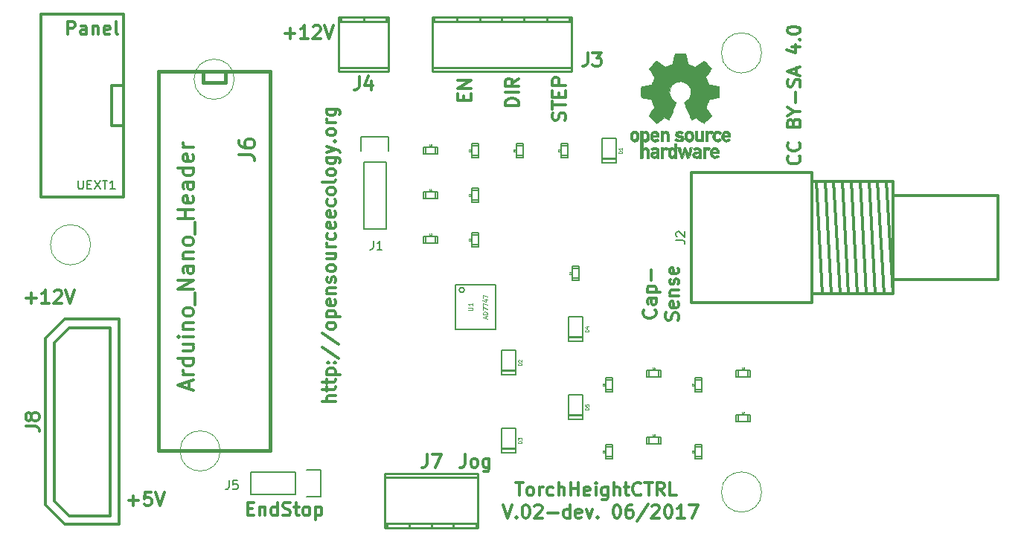
<source format=gbr>
G04 #@! TF.GenerationSoftware,KiCad,Pcbnew,(2017-06-02 revision ac9a64a)-master*
G04 #@! TF.CreationDate,2017-06-11T20:54:29+02:00*
G04 #@! TF.ProjectId,torchctrl,746F7263686374726C2E6B696361645F,rev?*
G04 #@! TF.FileFunction,Legend,Top*
G04 #@! TF.FilePolarity,Positive*
%FSLAX46Y46*%
G04 Gerber Fmt 4.6, Leading zero omitted, Abs format (unit mm)*
G04 Created by KiCad (PCBNEW (2017-06-02 revision ac9a64a)-master) date Sun Jun 11 20:54:29 2017*
%MOMM*%
%LPD*%
G01*
G04 APERTURE LIST*
%ADD10C,0.100000*%
%ADD11C,0.300000*%
%ADD12C,0.120000*%
%ADD13C,0.254000*%
%ADD14C,0.127000*%
%ADD15C,0.150000*%
%ADD16C,0.381000*%
%ADD17C,0.304800*%
%ADD18C,0.299720*%
%ADD19C,0.010000*%
%ADD20C,0.040640*%
%ADD21C,0.099060*%
%ADD22C,0.203200*%
%ADD23C,0.200000*%
G04 APERTURE END LIST*
D10*
D11*
X123830471Y-99688157D02*
X122330471Y-99688157D01*
X123830471Y-99045300D02*
X123044757Y-99045300D01*
X122901900Y-99116728D01*
X122830471Y-99259585D01*
X122830471Y-99473871D01*
X122901900Y-99616728D01*
X122973328Y-99688157D01*
X122830471Y-98545300D02*
X122830471Y-97973871D01*
X122330471Y-98331014D02*
X123616185Y-98331014D01*
X123759042Y-98259585D01*
X123830471Y-98116728D01*
X123830471Y-97973871D01*
X122830471Y-97688157D02*
X122830471Y-97116728D01*
X122330471Y-97473871D02*
X123616185Y-97473871D01*
X123759042Y-97402442D01*
X123830471Y-97259585D01*
X123830471Y-97116728D01*
X122830471Y-96616728D02*
X124330471Y-96616728D01*
X122901900Y-96616728D02*
X122830471Y-96473871D01*
X122830471Y-96188157D01*
X122901900Y-96045300D01*
X122973328Y-95973871D01*
X123116185Y-95902442D01*
X123544757Y-95902442D01*
X123687614Y-95973871D01*
X123759042Y-96045300D01*
X123830471Y-96188157D01*
X123830471Y-96473871D01*
X123759042Y-96616728D01*
X123687614Y-95259585D02*
X123759042Y-95188157D01*
X123830471Y-95259585D01*
X123759042Y-95331014D01*
X123687614Y-95259585D01*
X123830471Y-95259585D01*
X122901900Y-95259585D02*
X122973328Y-95188157D01*
X123044757Y-95259585D01*
X122973328Y-95331014D01*
X122901900Y-95259585D01*
X123044757Y-95259585D01*
X122259042Y-93473871D02*
X124187614Y-94759585D01*
X122259042Y-91902442D02*
X124187614Y-93188157D01*
X123830471Y-91188157D02*
X123759042Y-91331014D01*
X123687614Y-91402442D01*
X123544757Y-91473871D01*
X123116185Y-91473871D01*
X122973328Y-91402442D01*
X122901900Y-91331014D01*
X122830471Y-91188157D01*
X122830471Y-90973871D01*
X122901900Y-90831014D01*
X122973328Y-90759585D01*
X123116185Y-90688157D01*
X123544757Y-90688157D01*
X123687614Y-90759585D01*
X123759042Y-90831014D01*
X123830471Y-90973871D01*
X123830471Y-91188157D01*
X122830471Y-90045300D02*
X124330471Y-90045300D01*
X122901900Y-90045300D02*
X122830471Y-89902442D01*
X122830471Y-89616728D01*
X122901900Y-89473871D01*
X122973328Y-89402442D01*
X123116185Y-89331014D01*
X123544757Y-89331014D01*
X123687614Y-89402442D01*
X123759042Y-89473871D01*
X123830471Y-89616728D01*
X123830471Y-89902442D01*
X123759042Y-90045300D01*
X123759042Y-88116728D02*
X123830471Y-88259585D01*
X123830471Y-88545300D01*
X123759042Y-88688157D01*
X123616185Y-88759585D01*
X123044757Y-88759585D01*
X122901900Y-88688157D01*
X122830471Y-88545300D01*
X122830471Y-88259585D01*
X122901900Y-88116728D01*
X123044757Y-88045300D01*
X123187614Y-88045300D01*
X123330471Y-88759585D01*
X122830471Y-87402442D02*
X123830471Y-87402442D01*
X122973328Y-87402442D02*
X122901900Y-87331014D01*
X122830471Y-87188157D01*
X122830471Y-86973871D01*
X122901900Y-86831014D01*
X123044757Y-86759585D01*
X123830471Y-86759585D01*
X123759042Y-86116728D02*
X123830471Y-85973871D01*
X123830471Y-85688157D01*
X123759042Y-85545300D01*
X123616185Y-85473871D01*
X123544757Y-85473871D01*
X123401900Y-85545300D01*
X123330471Y-85688157D01*
X123330471Y-85902442D01*
X123259042Y-86045300D01*
X123116185Y-86116728D01*
X123044757Y-86116728D01*
X122901900Y-86045300D01*
X122830471Y-85902442D01*
X122830471Y-85688157D01*
X122901900Y-85545300D01*
X123830471Y-84616728D02*
X123759042Y-84759585D01*
X123687614Y-84831014D01*
X123544757Y-84902442D01*
X123116185Y-84902442D01*
X122973328Y-84831014D01*
X122901900Y-84759585D01*
X122830471Y-84616728D01*
X122830471Y-84402442D01*
X122901900Y-84259585D01*
X122973328Y-84188157D01*
X123116185Y-84116728D01*
X123544757Y-84116728D01*
X123687614Y-84188157D01*
X123759042Y-84259585D01*
X123830471Y-84402442D01*
X123830471Y-84616728D01*
X122830471Y-82831014D02*
X123830471Y-82831014D01*
X122830471Y-83473871D02*
X123616185Y-83473871D01*
X123759042Y-83402442D01*
X123830471Y-83259585D01*
X123830471Y-83045300D01*
X123759042Y-82902442D01*
X123687614Y-82831014D01*
X123830471Y-82116728D02*
X122830471Y-82116728D01*
X123116185Y-82116728D02*
X122973328Y-82045300D01*
X122901900Y-81973871D01*
X122830471Y-81831014D01*
X122830471Y-81688157D01*
X123759042Y-80545300D02*
X123830471Y-80688157D01*
X123830471Y-80973871D01*
X123759042Y-81116728D01*
X123687614Y-81188157D01*
X123544757Y-81259585D01*
X123116185Y-81259585D01*
X122973328Y-81188157D01*
X122901900Y-81116728D01*
X122830471Y-80973871D01*
X122830471Y-80688157D01*
X122901900Y-80545300D01*
X123759042Y-79331014D02*
X123830471Y-79473871D01*
X123830471Y-79759585D01*
X123759042Y-79902442D01*
X123616185Y-79973871D01*
X123044757Y-79973871D01*
X122901900Y-79902442D01*
X122830471Y-79759585D01*
X122830471Y-79473871D01*
X122901900Y-79331014D01*
X123044757Y-79259585D01*
X123187614Y-79259585D01*
X123330471Y-79973871D01*
X123759042Y-78045300D02*
X123830471Y-78188157D01*
X123830471Y-78473871D01*
X123759042Y-78616728D01*
X123616185Y-78688157D01*
X123044757Y-78688157D01*
X122901900Y-78616728D01*
X122830471Y-78473871D01*
X122830471Y-78188157D01*
X122901900Y-78045300D01*
X123044757Y-77973871D01*
X123187614Y-77973871D01*
X123330471Y-78688157D01*
X123759042Y-76688157D02*
X123830471Y-76831014D01*
X123830471Y-77116728D01*
X123759042Y-77259585D01*
X123687614Y-77331014D01*
X123544757Y-77402442D01*
X123116185Y-77402442D01*
X122973328Y-77331014D01*
X122901900Y-77259585D01*
X122830471Y-77116728D01*
X122830471Y-76831014D01*
X122901900Y-76688157D01*
X123830471Y-75831014D02*
X123759042Y-75973871D01*
X123687614Y-76045300D01*
X123544757Y-76116728D01*
X123116185Y-76116728D01*
X122973328Y-76045300D01*
X122901900Y-75973871D01*
X122830471Y-75831014D01*
X122830471Y-75616728D01*
X122901900Y-75473871D01*
X122973328Y-75402442D01*
X123116185Y-75331014D01*
X123544757Y-75331014D01*
X123687614Y-75402442D01*
X123759042Y-75473871D01*
X123830471Y-75616728D01*
X123830471Y-75831014D01*
X123830471Y-74473871D02*
X123759042Y-74616728D01*
X123616185Y-74688157D01*
X122330471Y-74688157D01*
X123830471Y-73688157D02*
X123759042Y-73831014D01*
X123687614Y-73902442D01*
X123544757Y-73973871D01*
X123116185Y-73973871D01*
X122973328Y-73902442D01*
X122901900Y-73831014D01*
X122830471Y-73688157D01*
X122830471Y-73473871D01*
X122901900Y-73331014D01*
X122973328Y-73259585D01*
X123116185Y-73188157D01*
X123544757Y-73188157D01*
X123687614Y-73259585D01*
X123759042Y-73331014D01*
X123830471Y-73473871D01*
X123830471Y-73688157D01*
X122830471Y-71902442D02*
X124044757Y-71902442D01*
X124187614Y-71973871D01*
X124259042Y-72045300D01*
X124330471Y-72188157D01*
X124330471Y-72402442D01*
X124259042Y-72545300D01*
X123759042Y-71902442D02*
X123830471Y-72045300D01*
X123830471Y-72331014D01*
X123759042Y-72473871D01*
X123687614Y-72545300D01*
X123544757Y-72616728D01*
X123116185Y-72616728D01*
X122973328Y-72545300D01*
X122901900Y-72473871D01*
X122830471Y-72331014D01*
X122830471Y-72045300D01*
X122901900Y-71902442D01*
X122830471Y-71331014D02*
X123830471Y-70973871D01*
X122830471Y-70616728D02*
X123830471Y-70973871D01*
X124187614Y-71116728D01*
X124259042Y-71188157D01*
X124330471Y-71331014D01*
X123687614Y-70045300D02*
X123759042Y-69973871D01*
X123830471Y-70045300D01*
X123759042Y-70116728D01*
X123687614Y-70045300D01*
X123830471Y-70045300D01*
X123830471Y-69116728D02*
X123759042Y-69259585D01*
X123687614Y-69331014D01*
X123544757Y-69402442D01*
X123116185Y-69402442D01*
X122973328Y-69331014D01*
X122901900Y-69259585D01*
X122830471Y-69116728D01*
X122830471Y-68902442D01*
X122901900Y-68759585D01*
X122973328Y-68688157D01*
X123116185Y-68616728D01*
X123544757Y-68616728D01*
X123687614Y-68688157D01*
X123759042Y-68759585D01*
X123830471Y-68902442D01*
X123830471Y-69116728D01*
X123830471Y-67973871D02*
X122830471Y-67973871D01*
X123116185Y-67973871D02*
X122973328Y-67902442D01*
X122901900Y-67831014D01*
X122830471Y-67688157D01*
X122830471Y-67545300D01*
X122830471Y-66402442D02*
X124044757Y-66402442D01*
X124187614Y-66473871D01*
X124259042Y-66545300D01*
X124330471Y-66688157D01*
X124330471Y-66902442D01*
X124259042Y-67045300D01*
X123759042Y-66402442D02*
X123830471Y-66545300D01*
X123830471Y-66831014D01*
X123759042Y-66973871D01*
X123687614Y-67045300D01*
X123544757Y-67116728D01*
X123116185Y-67116728D01*
X122973328Y-67045300D01*
X122901900Y-66973871D01*
X122830471Y-66831014D01*
X122830471Y-66545300D01*
X122901900Y-66402442D01*
X144285914Y-108903571D02*
X145143057Y-108903571D01*
X144714485Y-110403571D02*
X144714485Y-108903571D01*
X145857342Y-110403571D02*
X145714485Y-110332142D01*
X145643057Y-110260714D01*
X145571628Y-110117857D01*
X145571628Y-109689285D01*
X145643057Y-109546428D01*
X145714485Y-109475000D01*
X145857342Y-109403571D01*
X146071628Y-109403571D01*
X146214485Y-109475000D01*
X146285914Y-109546428D01*
X146357342Y-109689285D01*
X146357342Y-110117857D01*
X146285914Y-110260714D01*
X146214485Y-110332142D01*
X146071628Y-110403571D01*
X145857342Y-110403571D01*
X147000200Y-110403571D02*
X147000200Y-109403571D01*
X147000200Y-109689285D02*
X147071628Y-109546428D01*
X147143057Y-109475000D01*
X147285914Y-109403571D01*
X147428771Y-109403571D01*
X148571628Y-110332142D02*
X148428771Y-110403571D01*
X148143057Y-110403571D01*
X148000200Y-110332142D01*
X147928771Y-110260714D01*
X147857342Y-110117857D01*
X147857342Y-109689285D01*
X147928771Y-109546428D01*
X148000200Y-109475000D01*
X148143057Y-109403571D01*
X148428771Y-109403571D01*
X148571628Y-109475000D01*
X149214485Y-110403571D02*
X149214485Y-108903571D01*
X149857342Y-110403571D02*
X149857342Y-109617857D01*
X149785914Y-109475000D01*
X149643057Y-109403571D01*
X149428771Y-109403571D01*
X149285914Y-109475000D01*
X149214485Y-109546428D01*
X150571628Y-110403571D02*
X150571628Y-108903571D01*
X150571628Y-109617857D02*
X151428771Y-109617857D01*
X151428771Y-110403571D02*
X151428771Y-108903571D01*
X152714485Y-110332142D02*
X152571628Y-110403571D01*
X152285914Y-110403571D01*
X152143057Y-110332142D01*
X152071628Y-110189285D01*
X152071628Y-109617857D01*
X152143057Y-109475000D01*
X152285914Y-109403571D01*
X152571628Y-109403571D01*
X152714485Y-109475000D01*
X152785914Y-109617857D01*
X152785914Y-109760714D01*
X152071628Y-109903571D01*
X153428771Y-110403571D02*
X153428771Y-109403571D01*
X153428771Y-108903571D02*
X153357342Y-108975000D01*
X153428771Y-109046428D01*
X153500200Y-108975000D01*
X153428771Y-108903571D01*
X153428771Y-109046428D01*
X154785914Y-109403571D02*
X154785914Y-110617857D01*
X154714485Y-110760714D01*
X154643057Y-110832142D01*
X154500200Y-110903571D01*
X154285914Y-110903571D01*
X154143057Y-110832142D01*
X154785914Y-110332142D02*
X154643057Y-110403571D01*
X154357342Y-110403571D01*
X154214485Y-110332142D01*
X154143057Y-110260714D01*
X154071628Y-110117857D01*
X154071628Y-109689285D01*
X154143057Y-109546428D01*
X154214485Y-109475000D01*
X154357342Y-109403571D01*
X154643057Y-109403571D01*
X154785914Y-109475000D01*
X155500200Y-110403571D02*
X155500200Y-108903571D01*
X156143057Y-110403571D02*
X156143057Y-109617857D01*
X156071628Y-109475000D01*
X155928771Y-109403571D01*
X155714485Y-109403571D01*
X155571628Y-109475000D01*
X155500200Y-109546428D01*
X156643057Y-109403571D02*
X157214485Y-109403571D01*
X156857342Y-108903571D02*
X156857342Y-110189285D01*
X156928771Y-110332142D01*
X157071628Y-110403571D01*
X157214485Y-110403571D01*
X158571628Y-110260714D02*
X158500200Y-110332142D01*
X158285914Y-110403571D01*
X158143057Y-110403571D01*
X157928771Y-110332142D01*
X157785914Y-110189285D01*
X157714485Y-110046428D01*
X157643057Y-109760714D01*
X157643057Y-109546428D01*
X157714485Y-109260714D01*
X157785914Y-109117857D01*
X157928771Y-108975000D01*
X158143057Y-108903571D01*
X158285914Y-108903571D01*
X158500200Y-108975000D01*
X158571628Y-109046428D01*
X159000200Y-108903571D02*
X159857342Y-108903571D01*
X159428771Y-110403571D02*
X159428771Y-108903571D01*
X161214485Y-110403571D02*
X160714485Y-109689285D01*
X160357342Y-110403571D02*
X160357342Y-108903571D01*
X160928771Y-108903571D01*
X161071628Y-108975000D01*
X161143057Y-109046428D01*
X161214485Y-109189285D01*
X161214485Y-109403571D01*
X161143057Y-109546428D01*
X161071628Y-109617857D01*
X160928771Y-109689285D01*
X160357342Y-109689285D01*
X162571628Y-110403571D02*
X161857342Y-110403571D01*
X161857342Y-108903571D01*
X142893057Y-111453571D02*
X143393057Y-112953571D01*
X143893057Y-111453571D01*
X144393057Y-112810714D02*
X144464485Y-112882142D01*
X144393057Y-112953571D01*
X144321628Y-112882142D01*
X144393057Y-112810714D01*
X144393057Y-112953571D01*
X145393057Y-111453571D02*
X145535914Y-111453571D01*
X145678771Y-111525000D01*
X145750200Y-111596428D01*
X145821628Y-111739285D01*
X145893057Y-112025000D01*
X145893057Y-112382142D01*
X145821628Y-112667857D01*
X145750200Y-112810714D01*
X145678771Y-112882142D01*
X145535914Y-112953571D01*
X145393057Y-112953571D01*
X145250200Y-112882142D01*
X145178771Y-112810714D01*
X145107342Y-112667857D01*
X145035914Y-112382142D01*
X145035914Y-112025000D01*
X145107342Y-111739285D01*
X145178771Y-111596428D01*
X145250200Y-111525000D01*
X145393057Y-111453571D01*
X146464485Y-111596428D02*
X146535914Y-111525000D01*
X146678771Y-111453571D01*
X147035914Y-111453571D01*
X147178771Y-111525000D01*
X147250200Y-111596428D01*
X147321628Y-111739285D01*
X147321628Y-111882142D01*
X147250200Y-112096428D01*
X146393057Y-112953571D01*
X147321628Y-112953571D01*
X147964485Y-112382142D02*
X149107342Y-112382142D01*
X150464485Y-112953571D02*
X150464485Y-111453571D01*
X150464485Y-112882142D02*
X150321628Y-112953571D01*
X150035914Y-112953571D01*
X149893057Y-112882142D01*
X149821628Y-112810714D01*
X149750200Y-112667857D01*
X149750200Y-112239285D01*
X149821628Y-112096428D01*
X149893057Y-112025000D01*
X150035914Y-111953571D01*
X150321628Y-111953571D01*
X150464485Y-112025000D01*
X151750200Y-112882142D02*
X151607342Y-112953571D01*
X151321628Y-112953571D01*
X151178771Y-112882142D01*
X151107342Y-112739285D01*
X151107342Y-112167857D01*
X151178771Y-112025000D01*
X151321628Y-111953571D01*
X151607342Y-111953571D01*
X151750200Y-112025000D01*
X151821628Y-112167857D01*
X151821628Y-112310714D01*
X151107342Y-112453571D01*
X152321628Y-111953571D02*
X152678771Y-112953571D01*
X153035914Y-111953571D01*
X153607342Y-112810714D02*
X153678771Y-112882142D01*
X153607342Y-112953571D01*
X153535914Y-112882142D01*
X153607342Y-112810714D01*
X153607342Y-112953571D01*
X155750200Y-111453571D02*
X155893057Y-111453571D01*
X156035914Y-111525000D01*
X156107342Y-111596428D01*
X156178771Y-111739285D01*
X156250200Y-112025000D01*
X156250200Y-112382142D01*
X156178771Y-112667857D01*
X156107342Y-112810714D01*
X156035914Y-112882142D01*
X155893057Y-112953571D01*
X155750200Y-112953571D01*
X155607342Y-112882142D01*
X155535914Y-112810714D01*
X155464485Y-112667857D01*
X155393057Y-112382142D01*
X155393057Y-112025000D01*
X155464485Y-111739285D01*
X155535914Y-111596428D01*
X155607342Y-111525000D01*
X155750200Y-111453571D01*
X157535914Y-111453571D02*
X157250200Y-111453571D01*
X157107342Y-111525000D01*
X157035914Y-111596428D01*
X156893057Y-111810714D01*
X156821628Y-112096428D01*
X156821628Y-112667857D01*
X156893057Y-112810714D01*
X156964485Y-112882142D01*
X157107342Y-112953571D01*
X157393057Y-112953571D01*
X157535914Y-112882142D01*
X157607342Y-112810714D01*
X157678771Y-112667857D01*
X157678771Y-112310714D01*
X157607342Y-112167857D01*
X157535914Y-112096428D01*
X157393057Y-112025000D01*
X157107342Y-112025000D01*
X156964485Y-112096428D01*
X156893057Y-112167857D01*
X156821628Y-112310714D01*
X159393057Y-111382142D02*
X158107342Y-113310714D01*
X159821628Y-111596428D02*
X159893057Y-111525000D01*
X160035914Y-111453571D01*
X160393057Y-111453571D01*
X160535914Y-111525000D01*
X160607342Y-111596428D01*
X160678771Y-111739285D01*
X160678771Y-111882142D01*
X160607342Y-112096428D01*
X159750200Y-112953571D01*
X160678771Y-112953571D01*
X161607342Y-111453571D02*
X161750200Y-111453571D01*
X161893057Y-111525000D01*
X161964485Y-111596428D01*
X162035914Y-111739285D01*
X162107342Y-112025000D01*
X162107342Y-112382142D01*
X162035914Y-112667857D01*
X161964485Y-112810714D01*
X161893057Y-112882142D01*
X161750200Y-112953571D01*
X161607342Y-112953571D01*
X161464485Y-112882142D01*
X161393057Y-112810714D01*
X161321628Y-112667857D01*
X161250200Y-112382142D01*
X161250200Y-112025000D01*
X161321628Y-111739285D01*
X161393057Y-111596428D01*
X161464485Y-111525000D01*
X161607342Y-111453571D01*
X163535914Y-112953571D02*
X162678771Y-112953571D01*
X163107342Y-112953571D02*
X163107342Y-111453571D01*
X162964485Y-111667857D01*
X162821628Y-111810714D01*
X162678771Y-111882142D01*
X164035914Y-111453571D02*
X165035914Y-111453571D01*
X164393057Y-112953571D01*
X160131614Y-89248228D02*
X160203042Y-89319657D01*
X160274471Y-89533942D01*
X160274471Y-89676800D01*
X160203042Y-89891085D01*
X160060185Y-90033942D01*
X159917328Y-90105371D01*
X159631614Y-90176800D01*
X159417328Y-90176800D01*
X159131614Y-90105371D01*
X158988757Y-90033942D01*
X158845900Y-89891085D01*
X158774471Y-89676800D01*
X158774471Y-89533942D01*
X158845900Y-89319657D01*
X158917328Y-89248228D01*
X160274471Y-87962514D02*
X159488757Y-87962514D01*
X159345900Y-88033942D01*
X159274471Y-88176800D01*
X159274471Y-88462514D01*
X159345900Y-88605371D01*
X160203042Y-87962514D02*
X160274471Y-88105371D01*
X160274471Y-88462514D01*
X160203042Y-88605371D01*
X160060185Y-88676800D01*
X159917328Y-88676800D01*
X159774471Y-88605371D01*
X159703042Y-88462514D01*
X159703042Y-88105371D01*
X159631614Y-87962514D01*
X159274471Y-87248228D02*
X160774471Y-87248228D01*
X159345900Y-87248228D02*
X159274471Y-87105371D01*
X159274471Y-86819657D01*
X159345900Y-86676800D01*
X159417328Y-86605371D01*
X159560185Y-86533942D01*
X159988757Y-86533942D01*
X160131614Y-86605371D01*
X160203042Y-86676800D01*
X160274471Y-86819657D01*
X160274471Y-87105371D01*
X160203042Y-87248228D01*
X159703042Y-85891085D02*
X159703042Y-84748228D01*
X162753042Y-90426800D02*
X162824471Y-90212514D01*
X162824471Y-89855371D01*
X162753042Y-89712514D01*
X162681614Y-89641085D01*
X162538757Y-89569657D01*
X162395900Y-89569657D01*
X162253042Y-89641085D01*
X162181614Y-89712514D01*
X162110185Y-89855371D01*
X162038757Y-90141085D01*
X161967328Y-90283942D01*
X161895900Y-90355371D01*
X161753042Y-90426800D01*
X161610185Y-90426800D01*
X161467328Y-90355371D01*
X161395900Y-90283942D01*
X161324471Y-90141085D01*
X161324471Y-89783942D01*
X161395900Y-89569657D01*
X162753042Y-88355371D02*
X162824471Y-88498228D01*
X162824471Y-88783942D01*
X162753042Y-88926800D01*
X162610185Y-88998228D01*
X162038757Y-88998228D01*
X161895900Y-88926800D01*
X161824471Y-88783942D01*
X161824471Y-88498228D01*
X161895900Y-88355371D01*
X162038757Y-88283942D01*
X162181614Y-88283942D01*
X162324471Y-88998228D01*
X161824471Y-87641085D02*
X162824471Y-87641085D01*
X161967328Y-87641085D02*
X161895900Y-87569657D01*
X161824471Y-87426800D01*
X161824471Y-87212514D01*
X161895900Y-87069657D01*
X162038757Y-86998228D01*
X162824471Y-86998228D01*
X162753042Y-86355371D02*
X162824471Y-86212514D01*
X162824471Y-85926800D01*
X162753042Y-85783942D01*
X162610185Y-85712514D01*
X162538757Y-85712514D01*
X162395900Y-85783942D01*
X162324471Y-85926800D01*
X162324471Y-86141085D01*
X162253042Y-86283942D01*
X162110185Y-86355371D01*
X162038757Y-86355371D01*
X161895900Y-86283942D01*
X161824471Y-86141085D01*
X161824471Y-85926800D01*
X161895900Y-85783942D01*
X162753042Y-84498228D02*
X162824471Y-84641085D01*
X162824471Y-84926800D01*
X162753042Y-85069657D01*
X162610185Y-85141085D01*
X162038757Y-85141085D01*
X161895900Y-85069657D01*
X161824471Y-84926800D01*
X161824471Y-84641085D01*
X161895900Y-84498228D01*
X162038757Y-84426800D01*
X162181614Y-84426800D01*
X162324471Y-85141085D01*
X149895642Y-67668471D02*
X149967071Y-67454185D01*
X149967071Y-67097042D01*
X149895642Y-66954185D01*
X149824214Y-66882757D01*
X149681357Y-66811328D01*
X149538500Y-66811328D01*
X149395642Y-66882757D01*
X149324214Y-66954185D01*
X149252785Y-67097042D01*
X149181357Y-67382757D01*
X149109928Y-67525614D01*
X149038500Y-67597042D01*
X148895642Y-67668471D01*
X148752785Y-67668471D01*
X148609928Y-67597042D01*
X148538500Y-67525614D01*
X148467071Y-67382757D01*
X148467071Y-67025614D01*
X148538500Y-66811328D01*
X148467071Y-66382757D02*
X148467071Y-65525614D01*
X149967071Y-65954185D02*
X148467071Y-65954185D01*
X149181357Y-65025614D02*
X149181357Y-64525614D01*
X149967071Y-64311328D02*
X149967071Y-65025614D01*
X148467071Y-65025614D01*
X148467071Y-64311328D01*
X149967071Y-63668471D02*
X148467071Y-63668471D01*
X148467071Y-63097042D01*
X148538500Y-62954185D01*
X148609928Y-62882757D01*
X148752785Y-62811328D01*
X148967071Y-62811328D01*
X149109928Y-62882757D01*
X149181357Y-62954185D01*
X149252785Y-63097042D01*
X149252785Y-63668471D01*
X144633071Y-66003300D02*
X143133071Y-66003300D01*
X143133071Y-65646157D01*
X143204500Y-65431871D01*
X143347357Y-65289014D01*
X143490214Y-65217585D01*
X143775928Y-65146157D01*
X143990214Y-65146157D01*
X144275928Y-65217585D01*
X144418785Y-65289014D01*
X144561642Y-65431871D01*
X144633071Y-65646157D01*
X144633071Y-66003300D01*
X144633071Y-64503300D02*
X143133071Y-64503300D01*
X144633071Y-62931871D02*
X143918785Y-63431871D01*
X144633071Y-63789014D02*
X143133071Y-63789014D01*
X143133071Y-63217585D01*
X143204500Y-63074728D01*
X143275928Y-63003300D01*
X143418785Y-62931871D01*
X143633071Y-62931871D01*
X143775928Y-63003300D01*
X143847357Y-63074728D01*
X143918785Y-63217585D01*
X143918785Y-63789014D01*
X138424457Y-65369142D02*
X138424457Y-64869142D01*
X139210171Y-64654857D02*
X139210171Y-65369142D01*
X137710171Y-65369142D01*
X137710171Y-64654857D01*
X139210171Y-64012000D02*
X137710171Y-64012000D01*
X139210171Y-63154857D01*
X137710171Y-63154857D01*
X118057942Y-57803242D02*
X119200800Y-57803242D01*
X118629371Y-58374671D02*
X118629371Y-57231814D01*
X120700800Y-58374671D02*
X119843657Y-58374671D01*
X120272228Y-58374671D02*
X120272228Y-56874671D01*
X120129371Y-57088957D01*
X119986514Y-57231814D01*
X119843657Y-57303242D01*
X121272228Y-57017528D02*
X121343657Y-56946100D01*
X121486514Y-56874671D01*
X121843657Y-56874671D01*
X121986514Y-56946100D01*
X122057942Y-57017528D01*
X122129371Y-57160385D01*
X122129371Y-57303242D01*
X122057942Y-57517528D01*
X121200800Y-58374671D01*
X122129371Y-58374671D01*
X122557942Y-56874671D02*
X123057942Y-58374671D01*
X123557942Y-56874671D01*
X93327885Y-57904771D02*
X93327885Y-56404771D01*
X93899314Y-56404771D01*
X94042171Y-56476200D01*
X94113600Y-56547628D01*
X94185028Y-56690485D01*
X94185028Y-56904771D01*
X94113600Y-57047628D01*
X94042171Y-57119057D01*
X93899314Y-57190485D01*
X93327885Y-57190485D01*
X95470742Y-57904771D02*
X95470742Y-57119057D01*
X95399314Y-56976200D01*
X95256457Y-56904771D01*
X94970742Y-56904771D01*
X94827885Y-56976200D01*
X95470742Y-57833342D02*
X95327885Y-57904771D01*
X94970742Y-57904771D01*
X94827885Y-57833342D01*
X94756457Y-57690485D01*
X94756457Y-57547628D01*
X94827885Y-57404771D01*
X94970742Y-57333342D01*
X95327885Y-57333342D01*
X95470742Y-57261914D01*
X96185028Y-56904771D02*
X96185028Y-57904771D01*
X96185028Y-57047628D02*
X96256457Y-56976200D01*
X96399314Y-56904771D01*
X96613600Y-56904771D01*
X96756457Y-56976200D01*
X96827885Y-57119057D01*
X96827885Y-57904771D01*
X98113600Y-57833342D02*
X97970742Y-57904771D01*
X97685028Y-57904771D01*
X97542171Y-57833342D01*
X97470742Y-57690485D01*
X97470742Y-57119057D01*
X97542171Y-56976200D01*
X97685028Y-56904771D01*
X97970742Y-56904771D01*
X98113600Y-56976200D01*
X98185028Y-57119057D01*
X98185028Y-57261914D01*
X97470742Y-57404771D01*
X99042171Y-57904771D02*
X98899314Y-57833342D01*
X98827885Y-57690485D01*
X98827885Y-56404771D01*
X88619342Y-87940342D02*
X89762200Y-87940342D01*
X89190771Y-88511771D02*
X89190771Y-87368914D01*
X91262200Y-88511771D02*
X90405057Y-88511771D01*
X90833628Y-88511771D02*
X90833628Y-87011771D01*
X90690771Y-87226057D01*
X90547914Y-87368914D01*
X90405057Y-87440342D01*
X91833628Y-87154628D02*
X91905057Y-87083200D01*
X92047914Y-87011771D01*
X92405057Y-87011771D01*
X92547914Y-87083200D01*
X92619342Y-87154628D01*
X92690771Y-87297485D01*
X92690771Y-87440342D01*
X92619342Y-87654628D01*
X91762200Y-88511771D01*
X92690771Y-88511771D01*
X93119342Y-87011771D02*
X93619342Y-88511771D01*
X94119342Y-87011771D01*
X100255628Y-110978142D02*
X101398485Y-110978142D01*
X100827057Y-111549571D02*
X100827057Y-110406714D01*
X102827057Y-110049571D02*
X102112771Y-110049571D01*
X102041342Y-110763857D01*
X102112771Y-110692428D01*
X102255628Y-110621000D01*
X102612771Y-110621000D01*
X102755628Y-110692428D01*
X102827057Y-110763857D01*
X102898485Y-110906714D01*
X102898485Y-111263857D01*
X102827057Y-111406714D01*
X102755628Y-111478142D01*
X102612771Y-111549571D01*
X102255628Y-111549571D01*
X102112771Y-111478142D01*
X102041342Y-111406714D01*
X103327057Y-110049571D02*
X103827057Y-111549571D01*
X104327057Y-110049571D01*
X138569842Y-105693471D02*
X138569842Y-106764900D01*
X138498414Y-106979185D01*
X138355557Y-107122042D01*
X138141271Y-107193471D01*
X137998414Y-107193471D01*
X139498414Y-107193471D02*
X139355557Y-107122042D01*
X139284128Y-107050614D01*
X139212700Y-106907757D01*
X139212700Y-106479185D01*
X139284128Y-106336328D01*
X139355557Y-106264900D01*
X139498414Y-106193471D01*
X139712700Y-106193471D01*
X139855557Y-106264900D01*
X139926985Y-106336328D01*
X139998414Y-106479185D01*
X139998414Y-106907757D01*
X139926985Y-107050614D01*
X139855557Y-107122042D01*
X139712700Y-107193471D01*
X139498414Y-107193471D01*
X141284128Y-106193471D02*
X141284128Y-107407757D01*
X141212700Y-107550614D01*
X141141271Y-107622042D01*
X140998414Y-107693471D01*
X140784128Y-107693471D01*
X140641271Y-107622042D01*
X141284128Y-107122042D02*
X141141271Y-107193471D01*
X140855557Y-107193471D01*
X140712700Y-107122042D01*
X140641271Y-107050614D01*
X140569842Y-106907757D01*
X140569842Y-106479185D01*
X140641271Y-106336328D01*
X140712700Y-106264900D01*
X140855557Y-106193471D01*
X141141271Y-106193471D01*
X141284128Y-106264900D01*
X113821428Y-111892857D02*
X114321428Y-111892857D01*
X114535714Y-112678571D02*
X113821428Y-112678571D01*
X113821428Y-111178571D01*
X114535714Y-111178571D01*
X115178571Y-111678571D02*
X115178571Y-112678571D01*
X115178571Y-111821428D02*
X115250000Y-111750000D01*
X115392857Y-111678571D01*
X115607142Y-111678571D01*
X115750000Y-111750000D01*
X115821428Y-111892857D01*
X115821428Y-112678571D01*
X117178571Y-112678571D02*
X117178571Y-111178571D01*
X117178571Y-112607142D02*
X117035714Y-112678571D01*
X116750000Y-112678571D01*
X116607142Y-112607142D01*
X116535714Y-112535714D01*
X116464285Y-112392857D01*
X116464285Y-111964285D01*
X116535714Y-111821428D01*
X116607142Y-111750000D01*
X116750000Y-111678571D01*
X117035714Y-111678571D01*
X117178571Y-111750000D01*
X117821428Y-112607142D02*
X118035714Y-112678571D01*
X118392857Y-112678571D01*
X118535714Y-112607142D01*
X118607142Y-112535714D01*
X118678571Y-112392857D01*
X118678571Y-112250000D01*
X118607142Y-112107142D01*
X118535714Y-112035714D01*
X118392857Y-111964285D01*
X118107142Y-111892857D01*
X117964285Y-111821428D01*
X117892857Y-111750000D01*
X117821428Y-111607142D01*
X117821428Y-111464285D01*
X117892857Y-111321428D01*
X117964285Y-111250000D01*
X118107142Y-111178571D01*
X118464285Y-111178571D01*
X118678571Y-111250000D01*
X119107142Y-111678571D02*
X119678571Y-111678571D01*
X119321428Y-111178571D02*
X119321428Y-112464285D01*
X119392857Y-112607142D01*
X119535714Y-112678571D01*
X119678571Y-112678571D01*
X120392857Y-112678571D02*
X120250000Y-112607142D01*
X120178571Y-112535714D01*
X120107142Y-112392857D01*
X120107142Y-111964285D01*
X120178571Y-111821428D01*
X120250000Y-111750000D01*
X120392857Y-111678571D01*
X120607142Y-111678571D01*
X120750000Y-111750000D01*
X120821428Y-111821428D01*
X120892857Y-111964285D01*
X120892857Y-112392857D01*
X120821428Y-112535714D01*
X120750000Y-112607142D01*
X120607142Y-112678571D01*
X120392857Y-112678571D01*
X121535714Y-111678571D02*
X121535714Y-113178571D01*
X121535714Y-111750000D02*
X121678571Y-111678571D01*
X121964285Y-111678571D01*
X122107142Y-111750000D01*
X122178571Y-111821428D01*
X122250000Y-111964285D01*
X122250000Y-112392857D01*
X122178571Y-112535714D01*
X122107142Y-112607142D01*
X121964285Y-112678571D01*
X121678571Y-112678571D01*
X121535714Y-112607142D01*
X176545014Y-71713657D02*
X176616442Y-71785085D01*
X176687871Y-71999371D01*
X176687871Y-72142228D01*
X176616442Y-72356514D01*
X176473585Y-72499371D01*
X176330728Y-72570800D01*
X176045014Y-72642228D01*
X175830728Y-72642228D01*
X175545014Y-72570800D01*
X175402157Y-72499371D01*
X175259300Y-72356514D01*
X175187871Y-72142228D01*
X175187871Y-71999371D01*
X175259300Y-71785085D01*
X175330728Y-71713657D01*
X176545014Y-70213657D02*
X176616442Y-70285085D01*
X176687871Y-70499371D01*
X176687871Y-70642228D01*
X176616442Y-70856514D01*
X176473585Y-70999371D01*
X176330728Y-71070800D01*
X176045014Y-71142228D01*
X175830728Y-71142228D01*
X175545014Y-71070800D01*
X175402157Y-70999371D01*
X175259300Y-70856514D01*
X175187871Y-70642228D01*
X175187871Y-70499371D01*
X175259300Y-70285085D01*
X175330728Y-70213657D01*
X175902157Y-67927942D02*
X175973585Y-67713657D01*
X176045014Y-67642228D01*
X176187871Y-67570800D01*
X176402157Y-67570800D01*
X176545014Y-67642228D01*
X176616442Y-67713657D01*
X176687871Y-67856514D01*
X176687871Y-68427942D01*
X175187871Y-68427942D01*
X175187871Y-67927942D01*
X175259300Y-67785085D01*
X175330728Y-67713657D01*
X175473585Y-67642228D01*
X175616442Y-67642228D01*
X175759300Y-67713657D01*
X175830728Y-67785085D01*
X175902157Y-67927942D01*
X175902157Y-68427942D01*
X175973585Y-66642228D02*
X176687871Y-66642228D01*
X175187871Y-67142228D02*
X175973585Y-66642228D01*
X175187871Y-66142228D01*
X176116442Y-65642228D02*
X176116442Y-64499371D01*
X176616442Y-63856514D02*
X176687871Y-63642228D01*
X176687871Y-63285085D01*
X176616442Y-63142228D01*
X176545014Y-63070800D01*
X176402157Y-62999371D01*
X176259300Y-62999371D01*
X176116442Y-63070800D01*
X176045014Y-63142228D01*
X175973585Y-63285085D01*
X175902157Y-63570800D01*
X175830728Y-63713657D01*
X175759300Y-63785085D01*
X175616442Y-63856514D01*
X175473585Y-63856514D01*
X175330728Y-63785085D01*
X175259300Y-63713657D01*
X175187871Y-63570800D01*
X175187871Y-63213657D01*
X175259300Y-62999371D01*
X176259300Y-62427942D02*
X176259300Y-61713657D01*
X176687871Y-62570800D02*
X175187871Y-62070800D01*
X176687871Y-61570800D01*
X175687871Y-59285085D02*
X176687871Y-59285085D01*
X175116442Y-59642228D02*
X176187871Y-59999371D01*
X176187871Y-59070800D01*
X176545014Y-58499371D02*
X176616442Y-58427942D01*
X176687871Y-58499371D01*
X176616442Y-58570800D01*
X176545014Y-58499371D01*
X176687871Y-58499371D01*
X175187871Y-57499371D02*
X175187871Y-57356514D01*
X175259300Y-57213657D01*
X175330728Y-57142228D01*
X175473585Y-57070800D01*
X175759300Y-56999371D01*
X176116442Y-56999371D01*
X176402157Y-57070800D01*
X176545014Y-57142228D01*
X176616442Y-57213657D01*
X176687871Y-57356514D01*
X176687871Y-57499371D01*
X176616442Y-57642228D01*
X176545014Y-57713657D01*
X176402157Y-57785085D01*
X176116442Y-57856514D01*
X175759300Y-57856514D01*
X175473585Y-57785085D01*
X175330728Y-57713657D01*
X175259300Y-57642228D01*
X175187871Y-57499371D01*
D12*
X112286000Y-63000000D02*
G75*
G03X112286000Y-63000000I-2286000J0D01*
G01*
X95948500Y-81851500D02*
G75*
G03X95948500Y-81851500I-2286000J0D01*
G01*
X110693200Y-105321100D02*
G75*
G03X110693200Y-105321100I-2286000J0D01*
G01*
X172286000Y-110000000D02*
G75*
G03X172286000Y-110000000I-2286000J0D01*
G01*
D13*
X124200920Y-56399040D02*
X129799080Y-56399040D01*
X129600960Y-55901200D02*
X129600960Y-56399040D01*
X124399040Y-56399040D02*
X124399040Y-55901200D01*
X127000000Y-55901200D02*
X127000000Y-56399040D01*
X129799080Y-61700020D02*
X124200920Y-61700020D01*
X129799080Y-55901200D02*
X124200920Y-55901200D01*
X124200920Y-55901200D02*
X124200920Y-62098800D01*
X124200920Y-62098800D02*
X129799080Y-62098800D01*
X129799080Y-62098800D02*
X129799080Y-55901200D01*
D14*
X140106400Y-70561200D02*
X139293600Y-70561200D01*
X139319000Y-71678800D02*
X140106400Y-71678800D01*
X139293600Y-71932800D02*
X139293600Y-70307200D01*
X139293600Y-70307200D02*
X140106400Y-70307200D01*
X140106400Y-70307200D02*
X140106400Y-71932800D01*
X140106400Y-71932800D02*
X139293600Y-71932800D01*
X140106400Y-75641200D02*
X139293600Y-75641200D01*
X139319000Y-76758800D02*
X140106400Y-76758800D01*
X139293600Y-77012800D02*
X139293600Y-75387200D01*
X139293600Y-75387200D02*
X140106400Y-75387200D01*
X140106400Y-75387200D02*
X140106400Y-77012800D01*
X140106400Y-77012800D02*
X139293600Y-77012800D01*
X140106400Y-80721200D02*
X139293600Y-80721200D01*
X139319000Y-81838800D02*
X140106400Y-81838800D01*
X139293600Y-82092800D02*
X139293600Y-80467200D01*
X139293600Y-80467200D02*
X140106400Y-80467200D01*
X140106400Y-80467200D02*
X140106400Y-82092800D01*
X140106400Y-82092800D02*
X139293600Y-82092800D01*
X151536400Y-84531200D02*
X150723600Y-84531200D01*
X150749000Y-85648800D02*
X151536400Y-85648800D01*
X150723600Y-85902800D02*
X150723600Y-84277200D01*
X150723600Y-84277200D02*
X151536400Y-84277200D01*
X151536400Y-84277200D02*
X151536400Y-85902800D01*
X151536400Y-85902800D02*
X150723600Y-85902800D01*
X155346400Y-97231200D02*
X154533600Y-97231200D01*
X154559000Y-98348800D02*
X155346400Y-98348800D01*
X154533600Y-98602800D02*
X154533600Y-96977200D01*
X154533600Y-96977200D02*
X155346400Y-96977200D01*
X155346400Y-96977200D02*
X155346400Y-98602800D01*
X155346400Y-98602800D02*
X154533600Y-98602800D01*
X155346400Y-104851200D02*
X154533600Y-104851200D01*
X154559000Y-105968800D02*
X155346400Y-105968800D01*
X154533600Y-106222800D02*
X154533600Y-104597200D01*
X154533600Y-104597200D02*
X155346400Y-104597200D01*
X155346400Y-104597200D02*
X155346400Y-106222800D01*
X155346400Y-106222800D02*
X154533600Y-106222800D01*
X165506400Y-97231200D02*
X164693600Y-97231200D01*
X164719000Y-98348800D02*
X165506400Y-98348800D01*
X164693600Y-98602800D02*
X164693600Y-96977200D01*
X164693600Y-96977200D02*
X165506400Y-96977200D01*
X165506400Y-96977200D02*
X165506400Y-98602800D01*
X165506400Y-98602800D02*
X164693600Y-98602800D01*
X165506400Y-104851200D02*
X164693600Y-104851200D01*
X164719000Y-105968800D02*
X165506400Y-105968800D01*
X164693600Y-106222800D02*
X164693600Y-104597200D01*
X164693600Y-104597200D02*
X165506400Y-104597200D01*
X165506400Y-104597200D02*
X165506400Y-106222800D01*
X165506400Y-106222800D02*
X164693600Y-106222800D01*
X154139900Y-72019160D02*
X155740100Y-72019160D01*
X155740100Y-72120760D02*
X154139900Y-72120760D01*
X155740100Y-69720460D02*
X155740100Y-72519540D01*
X155740100Y-72519540D02*
X154139900Y-72519540D01*
X154139900Y-72519540D02*
X154139900Y-69720460D01*
X154139900Y-69720460D02*
X155740100Y-69720460D01*
X142709900Y-96149160D02*
X144310100Y-96149160D01*
X144310100Y-96250760D02*
X142709900Y-96250760D01*
X144310100Y-93850460D02*
X144310100Y-96649540D01*
X144310100Y-96649540D02*
X142709900Y-96649540D01*
X142709900Y-96649540D02*
X142709900Y-93850460D01*
X142709900Y-93850460D02*
X144310100Y-93850460D01*
X142709900Y-105039160D02*
X144310100Y-105039160D01*
X144310100Y-105140760D02*
X142709900Y-105140760D01*
X144310100Y-102740460D02*
X144310100Y-105539540D01*
X144310100Y-105539540D02*
X142709900Y-105539540D01*
X142709900Y-105539540D02*
X142709900Y-102740460D01*
X142709900Y-102740460D02*
X144310100Y-102740460D01*
X150329900Y-92339160D02*
X151930100Y-92339160D01*
X151930100Y-92440760D02*
X150329900Y-92440760D01*
X151930100Y-90040460D02*
X151930100Y-92839540D01*
X151930100Y-92839540D02*
X150329900Y-92839540D01*
X150329900Y-92839540D02*
X150329900Y-90040460D01*
X150329900Y-90040460D02*
X151930100Y-90040460D01*
X150329900Y-101229160D02*
X151930100Y-101229160D01*
X151930100Y-101330760D02*
X150329900Y-101330760D01*
X151930100Y-98930460D02*
X151930100Y-101729540D01*
X151930100Y-101729540D02*
X150329900Y-101729540D01*
X150329900Y-101729540D02*
X150329900Y-98930460D01*
X150329900Y-98930460D02*
X151930100Y-98930460D01*
D15*
X127000000Y-72390000D02*
X127000000Y-80010000D01*
X129540000Y-72390000D02*
X129540000Y-80010000D01*
X129820000Y-69570000D02*
X129820000Y-71120000D01*
X127000000Y-80010000D02*
X129540000Y-80010000D01*
X129540000Y-72390000D02*
X127000000Y-72390000D01*
X126720000Y-71120000D02*
X126720000Y-69570000D01*
X126720000Y-69570000D02*
X129820000Y-69570000D01*
D14*
X135178800Y-76606400D02*
X135178800Y-75793600D01*
X134061200Y-75819000D02*
X134061200Y-76606400D01*
X133807200Y-75793600D02*
X135432800Y-75793600D01*
X135432800Y-75793600D02*
X135432800Y-76606400D01*
X135432800Y-76606400D02*
X133807200Y-76606400D01*
X133807200Y-76606400D02*
X133807200Y-75793600D01*
X135178800Y-81686400D02*
X135178800Y-80873600D01*
X134061200Y-80899000D02*
X134061200Y-81686400D01*
X133807200Y-80873600D02*
X135432800Y-80873600D01*
X135432800Y-80873600D02*
X135432800Y-81686400D01*
X135432800Y-81686400D02*
X133807200Y-81686400D01*
X133807200Y-81686400D02*
X133807200Y-80873600D01*
X135178800Y-71526400D02*
X135178800Y-70713600D01*
X134061200Y-70739000D02*
X134061200Y-71526400D01*
X133807200Y-70713600D02*
X135432800Y-70713600D01*
X135432800Y-70713600D02*
X135432800Y-71526400D01*
X135432800Y-71526400D02*
X133807200Y-71526400D01*
X133807200Y-71526400D02*
X133807200Y-70713600D01*
X160578800Y-96926400D02*
X160578800Y-96113600D01*
X159461200Y-96139000D02*
X159461200Y-96926400D01*
X159207200Y-96113600D02*
X160832800Y-96113600D01*
X160832800Y-96113600D02*
X160832800Y-96926400D01*
X160832800Y-96926400D02*
X159207200Y-96926400D01*
X159207200Y-96926400D02*
X159207200Y-96113600D01*
X160578800Y-104546400D02*
X160578800Y-103733600D01*
X159461200Y-103759000D02*
X159461200Y-104546400D01*
X159207200Y-103733600D02*
X160832800Y-103733600D01*
X160832800Y-103733600D02*
X160832800Y-104546400D01*
X160832800Y-104546400D02*
X159207200Y-104546400D01*
X159207200Y-104546400D02*
X159207200Y-103733600D01*
X170738800Y-96926400D02*
X170738800Y-96113600D01*
X169621200Y-96139000D02*
X169621200Y-96926400D01*
X169367200Y-96113600D02*
X170992800Y-96113600D01*
X170992800Y-96113600D02*
X170992800Y-96926400D01*
X170992800Y-96926400D02*
X169367200Y-96926400D01*
X169367200Y-96926400D02*
X169367200Y-96113600D01*
X170738800Y-102006400D02*
X170738800Y-101193600D01*
X169621200Y-101219000D02*
X169621200Y-102006400D01*
X169367200Y-101193600D02*
X170992800Y-101193600D01*
X170992800Y-101193600D02*
X170992800Y-102006400D01*
X170992800Y-102006400D02*
X169367200Y-102006400D01*
X169367200Y-102006400D02*
X169367200Y-101193600D01*
X145186400Y-70561200D02*
X144373600Y-70561200D01*
X144399000Y-71678800D02*
X145186400Y-71678800D01*
X144373600Y-71932800D02*
X144373600Y-70307200D01*
X144373600Y-70307200D02*
X145186400Y-70307200D01*
X145186400Y-70307200D02*
X145186400Y-71932800D01*
X145186400Y-71932800D02*
X144373600Y-71932800D01*
X150266400Y-70561200D02*
X149453600Y-70561200D01*
X149479000Y-71678800D02*
X150266400Y-71678800D01*
X149453600Y-71932800D02*
X149453600Y-70307200D01*
X149453600Y-70307200D02*
X150266400Y-70307200D01*
X150266400Y-70307200D02*
X150266400Y-71932800D01*
X150266400Y-71932800D02*
X149453600Y-71932800D01*
X138459981Y-86995000D02*
G75*
G03X138459981Y-86995000I-283981J0D01*
G01*
X141986000Y-91440000D02*
X141986000Y-86360000D01*
X141986000Y-86360000D02*
X137414000Y-86360000D01*
X137414000Y-86360000D02*
X137414000Y-91440000D01*
X137414000Y-91440000D02*
X141986000Y-91440000D01*
D16*
X116350000Y-62140000D02*
X116350000Y-105320000D01*
X116350000Y-105320000D02*
X103650000Y-105320000D01*
X103650000Y-105320000D02*
X103650000Y-62140000D01*
X103650000Y-62140000D02*
X116350000Y-62140000D01*
X108730000Y-62140000D02*
X108730000Y-63410000D01*
X108730000Y-63410000D02*
X111270000Y-63410000D01*
X111270000Y-63410000D02*
X111270000Y-62140000D01*
D17*
X99700000Y-76400000D02*
X99700000Y-55600000D01*
X90300000Y-55600000D02*
X90300000Y-76400000D01*
X90300000Y-76400000D02*
X99700000Y-76400000D01*
X90300000Y-55600000D02*
X99700000Y-55600000D01*
D18*
X99700000Y-63700000D02*
X98300000Y-63700000D01*
X98300000Y-63700000D02*
X98300000Y-68300000D01*
X98300000Y-68300000D02*
X99700000Y-68300000D01*
D11*
X179200000Y-87400000D02*
X178500000Y-74600000D01*
X183200000Y-87400000D02*
X182500000Y-74600000D01*
X182200000Y-87400000D02*
X181500000Y-74600000D01*
X180200000Y-87400000D02*
X179500000Y-74600000D01*
X181200000Y-87400000D02*
X180500000Y-74600000D01*
X185200000Y-87400000D02*
X184500000Y-74600000D01*
X184200000Y-87400000D02*
X183500000Y-74600000D01*
X186200000Y-87400000D02*
X185500000Y-74600000D01*
X187200000Y-87400000D02*
X186500000Y-74600000D01*
X187200000Y-74600000D02*
X178000000Y-74600000D01*
X187200000Y-87400000D02*
X178000000Y-87400000D01*
X199200000Y-76200000D02*
X187200000Y-76200000D01*
X199200000Y-85800000D02*
X187200000Y-85800000D01*
X199200000Y-85800000D02*
X199200000Y-76200000D01*
X187200000Y-87400000D02*
X187200000Y-74600000D01*
X178000000Y-73600000D02*
X164300000Y-73600000D01*
X164300000Y-88400000D02*
X178000000Y-88400000D01*
X164300000Y-88400000D02*
X164300000Y-73600000D01*
X178000000Y-88400000D02*
X178000000Y-73600000D01*
D13*
X134830600Y-62098800D02*
X150629400Y-62098800D01*
X134830600Y-61700020D02*
X150629400Y-61700020D01*
X150629400Y-55901200D02*
X134830600Y-55901200D01*
X134830600Y-56399040D02*
X150629400Y-56399040D01*
X137629680Y-56399040D02*
X137629680Y-55901200D01*
X140230640Y-56399040D02*
X140230640Y-55901200D01*
X142732540Y-56399040D02*
X142732540Y-55901200D01*
X145229360Y-56399040D02*
X145229360Y-55901200D01*
X150426200Y-55901200D02*
X150426200Y-56399040D01*
X135033800Y-56399040D02*
X135033800Y-55901200D01*
X147827780Y-55901200D02*
X147827780Y-56399040D01*
X134835680Y-55901200D02*
X134835680Y-62098800D01*
X150624320Y-62098800D02*
X150624320Y-55901200D01*
X140030980Y-107901200D02*
X129429020Y-107901200D01*
X129429020Y-108299980D02*
X140030980Y-108299980D01*
X129429020Y-113600960D02*
X140030980Y-113600960D01*
X140030980Y-114098800D02*
X129429020Y-114098800D01*
X137226820Y-113600960D02*
X137226820Y-114098800D01*
X134730000Y-113600960D02*
X134730000Y-114098800D01*
X129632220Y-114098800D02*
X129632220Y-113600960D01*
X139830320Y-113600960D02*
X139830320Y-114098800D01*
X132233180Y-114098800D02*
X132233180Y-113600960D01*
X140028440Y-114098800D02*
X140028440Y-107901200D01*
X129434100Y-107901200D02*
X129434100Y-114098800D01*
D11*
X91800000Y-111000000D02*
X93500000Y-112700000D01*
X91800000Y-93000000D02*
X93500000Y-91300000D01*
X91800000Y-93000000D02*
X91800000Y-111000000D01*
X98200000Y-91300000D02*
X98200000Y-112700000D01*
X90800000Y-111500000D02*
X93000000Y-113700000D01*
X90800000Y-92500000D02*
X93000000Y-90300000D01*
X90800000Y-92500000D02*
X90800000Y-111500000D01*
X98200000Y-112700000D02*
X93500000Y-112700000D01*
X98200000Y-91300000D02*
X93500000Y-91300000D01*
X99200000Y-90300000D02*
X99200000Y-113700000D01*
X99200000Y-90300000D02*
X93000000Y-90300000D01*
X99200000Y-113700000D02*
X93000000Y-113700000D01*
D15*
X119270000Y-107730000D02*
X114190000Y-107730000D01*
X114190000Y-107730000D02*
X114190000Y-110270000D01*
X114190000Y-110270000D02*
X119270000Y-110270000D01*
X122090000Y-110550000D02*
X120540000Y-110550000D01*
X119270000Y-110270000D02*
X119270000Y-107730000D01*
X120540000Y-107450000D02*
X122090000Y-107450000D01*
X122090000Y-107450000D02*
X122090000Y-110550000D01*
D12*
X172286000Y-60000000D02*
G75*
G03X172286000Y-60000000I-2286000J0D01*
G01*
D19*
G36*
X159219909Y-68909560D02*
X159272412Y-68935499D01*
X159337158Y-68980700D01*
X159384347Y-69029991D01*
X159416665Y-69091885D01*
X159436797Y-69174896D01*
X159447430Y-69287538D01*
X159451247Y-69438324D01*
X159451470Y-69503149D01*
X159450818Y-69645221D01*
X159448112Y-69746757D01*
X159442224Y-69817015D01*
X159432027Y-69865256D01*
X159416394Y-69900738D01*
X159400128Y-69924943D01*
X159296295Y-70027929D01*
X159174021Y-70089874D01*
X159042114Y-70108506D01*
X158909384Y-70081549D01*
X158867333Y-70062486D01*
X158766666Y-70010015D01*
X158766666Y-70832259D01*
X158840135Y-70794267D01*
X158936941Y-70764872D01*
X159055928Y-70757342D01*
X159174745Y-70771245D01*
X159264473Y-70802476D01*
X159338899Y-70861954D01*
X159402490Y-70947066D01*
X159407271Y-70955805D01*
X159427437Y-70996966D01*
X159442165Y-71038454D01*
X159452303Y-71088713D01*
X159458699Y-71156184D01*
X159462201Y-71249309D01*
X159463658Y-71376531D01*
X159463921Y-71519701D01*
X159463921Y-71976471D01*
X159190000Y-71976471D01*
X159190000Y-71134231D01*
X159113383Y-71069763D01*
X159033793Y-71018194D01*
X158958422Y-71008818D01*
X158882633Y-71032947D01*
X158842241Y-71056574D01*
X158812179Y-71090227D01*
X158790797Y-71141087D01*
X158776450Y-71216334D01*
X158767490Y-71323146D01*
X158762270Y-71468704D01*
X158760431Y-71565588D01*
X158754215Y-71964020D01*
X158623480Y-71971547D01*
X158492745Y-71979073D01*
X158492745Y-69506582D01*
X158766666Y-69506582D01*
X158773650Y-69644423D01*
X158797182Y-69740107D01*
X158841135Y-69799641D01*
X158909382Y-69829029D01*
X158978333Y-69834902D01*
X159056386Y-69828154D01*
X159108189Y-69801594D01*
X159140583Y-69766499D01*
X159166084Y-69728752D01*
X159181265Y-69686700D01*
X159188019Y-69627779D01*
X159188241Y-69539428D01*
X159185968Y-69465448D01*
X159180749Y-69354000D01*
X159172979Y-69280833D01*
X159159895Y-69234422D01*
X159138732Y-69203244D01*
X159118760Y-69185223D01*
X159035314Y-69145925D01*
X158936551Y-69139579D01*
X158879841Y-69153116D01*
X158823692Y-69201233D01*
X158786499Y-69294833D01*
X158768472Y-69433254D01*
X158766666Y-69506582D01*
X158492745Y-69506582D01*
X158492745Y-68888628D01*
X158629705Y-68888628D01*
X158711935Y-68891879D01*
X158754360Y-68903426D01*
X158766661Y-68925952D01*
X158766666Y-68926620D01*
X158772374Y-68948681D01*
X158797547Y-68946176D01*
X158847598Y-68921935D01*
X158964219Y-68884851D01*
X159095429Y-68880953D01*
X159219909Y-68909560D01*
X159219909Y-68909560D01*
G37*
X159219909Y-68909560D02*
X159272412Y-68935499D01*
X159337158Y-68980700D01*
X159384347Y-69029991D01*
X159416665Y-69091885D01*
X159436797Y-69174896D01*
X159447430Y-69287538D01*
X159451247Y-69438324D01*
X159451470Y-69503149D01*
X159450818Y-69645221D01*
X159448112Y-69746757D01*
X159442224Y-69817015D01*
X159432027Y-69865256D01*
X159416394Y-69900738D01*
X159400128Y-69924943D01*
X159296295Y-70027929D01*
X159174021Y-70089874D01*
X159042114Y-70108506D01*
X158909384Y-70081549D01*
X158867333Y-70062486D01*
X158766666Y-70010015D01*
X158766666Y-70832259D01*
X158840135Y-70794267D01*
X158936941Y-70764872D01*
X159055928Y-70757342D01*
X159174745Y-70771245D01*
X159264473Y-70802476D01*
X159338899Y-70861954D01*
X159402490Y-70947066D01*
X159407271Y-70955805D01*
X159427437Y-70996966D01*
X159442165Y-71038454D01*
X159452303Y-71088713D01*
X159458699Y-71156184D01*
X159462201Y-71249309D01*
X159463658Y-71376531D01*
X159463921Y-71519701D01*
X159463921Y-71976471D01*
X159190000Y-71976471D01*
X159190000Y-71134231D01*
X159113383Y-71069763D01*
X159033793Y-71018194D01*
X158958422Y-71008818D01*
X158882633Y-71032947D01*
X158842241Y-71056574D01*
X158812179Y-71090227D01*
X158790797Y-71141087D01*
X158776450Y-71216334D01*
X158767490Y-71323146D01*
X158762270Y-71468704D01*
X158760431Y-71565588D01*
X158754215Y-71964020D01*
X158623480Y-71971547D01*
X158492745Y-71979073D01*
X158492745Y-69506582D01*
X158766666Y-69506582D01*
X158773650Y-69644423D01*
X158797182Y-69740107D01*
X158841135Y-69799641D01*
X158909382Y-69829029D01*
X158978333Y-69834902D01*
X159056386Y-69828154D01*
X159108189Y-69801594D01*
X159140583Y-69766499D01*
X159166084Y-69728752D01*
X159181265Y-69686700D01*
X159188019Y-69627779D01*
X159188241Y-69539428D01*
X159185968Y-69465448D01*
X159180749Y-69354000D01*
X159172979Y-69280833D01*
X159159895Y-69234422D01*
X159138732Y-69203244D01*
X159118760Y-69185223D01*
X159035314Y-69145925D01*
X158936551Y-69139579D01*
X158879841Y-69153116D01*
X158823692Y-69201233D01*
X158786499Y-69294833D01*
X158768472Y-69433254D01*
X158766666Y-69506582D01*
X158492745Y-69506582D01*
X158492745Y-68888628D01*
X158629705Y-68888628D01*
X158711935Y-68891879D01*
X158754360Y-68903426D01*
X158766661Y-68925952D01*
X158766666Y-68926620D01*
X158772374Y-68948681D01*
X158797547Y-68946176D01*
X158847598Y-68921935D01*
X158964219Y-68884851D01*
X159095429Y-68880953D01*
X159219909Y-68909560D01*
G36*
X160258720Y-70765922D02*
X160375870Y-70797180D01*
X160465051Y-70853837D01*
X160527984Y-70928045D01*
X160547548Y-70959716D01*
X160561992Y-70992891D01*
X160572089Y-71035329D01*
X160578615Y-71094788D01*
X160582342Y-71179029D01*
X160584046Y-71295810D01*
X160584500Y-71452890D01*
X160584509Y-71494565D01*
X160584509Y-71976471D01*
X160464980Y-71976471D01*
X160388739Y-71971131D01*
X160332366Y-71957604D01*
X160318242Y-71949262D01*
X160279630Y-71934864D01*
X160240192Y-71949262D01*
X160175262Y-71967237D01*
X160080945Y-71974472D01*
X159976407Y-71971333D01*
X159880811Y-71958186D01*
X159825000Y-71941318D01*
X159716998Y-71871986D01*
X159649503Y-71775772D01*
X159619159Y-71647844D01*
X159618877Y-71644559D01*
X159621540Y-71587808D01*
X159862353Y-71587808D01*
X159883405Y-71652358D01*
X159917697Y-71688686D01*
X159986532Y-71716162D01*
X160077390Y-71727129D01*
X160170042Y-71721731D01*
X160244256Y-71700110D01*
X160265049Y-71686239D01*
X160301381Y-71622143D01*
X160310588Y-71549278D01*
X160310588Y-71453530D01*
X160172827Y-71453530D01*
X160041953Y-71463605D01*
X159942741Y-71492148D01*
X159881023Y-71536639D01*
X159862353Y-71587808D01*
X159621540Y-71587808D01*
X159625436Y-71504790D01*
X159671534Y-71394282D01*
X159758200Y-71310712D01*
X159770179Y-71303110D01*
X159821655Y-71278357D01*
X159885368Y-71263368D01*
X159974435Y-71256082D01*
X160080245Y-71254407D01*
X160310588Y-71254314D01*
X160310588Y-71157755D01*
X160300817Y-71082836D01*
X160275884Y-71032644D01*
X160272965Y-71029972D01*
X160217481Y-71008015D01*
X160133727Y-70999505D01*
X160041167Y-71003687D01*
X159959270Y-71019809D01*
X159910673Y-71043990D01*
X159884341Y-71063359D01*
X159856535Y-71067057D01*
X159818161Y-71051188D01*
X159760125Y-71011855D01*
X159673331Y-70945164D01*
X159665365Y-70938916D01*
X159669447Y-70915800D01*
X159703501Y-70877352D01*
X159755260Y-70834627D01*
X159812455Y-70798679D01*
X159830425Y-70790191D01*
X159895972Y-70773252D01*
X159992020Y-70761170D01*
X160099329Y-70756323D01*
X160104347Y-70756313D01*
X160258720Y-70765922D01*
X160258720Y-70765922D01*
G37*
X160258720Y-70765922D02*
X160375870Y-70797180D01*
X160465051Y-70853837D01*
X160527984Y-70928045D01*
X160547548Y-70959716D01*
X160561992Y-70992891D01*
X160572089Y-71035329D01*
X160578615Y-71094788D01*
X160582342Y-71179029D01*
X160584046Y-71295810D01*
X160584500Y-71452890D01*
X160584509Y-71494565D01*
X160584509Y-71976471D01*
X160464980Y-71976471D01*
X160388739Y-71971131D01*
X160332366Y-71957604D01*
X160318242Y-71949262D01*
X160279630Y-71934864D01*
X160240192Y-71949262D01*
X160175262Y-71967237D01*
X160080945Y-71974472D01*
X159976407Y-71971333D01*
X159880811Y-71958186D01*
X159825000Y-71941318D01*
X159716998Y-71871986D01*
X159649503Y-71775772D01*
X159619159Y-71647844D01*
X159618877Y-71644559D01*
X159621540Y-71587808D01*
X159862353Y-71587808D01*
X159883405Y-71652358D01*
X159917697Y-71688686D01*
X159986532Y-71716162D01*
X160077390Y-71727129D01*
X160170042Y-71721731D01*
X160244256Y-71700110D01*
X160265049Y-71686239D01*
X160301381Y-71622143D01*
X160310588Y-71549278D01*
X160310588Y-71453530D01*
X160172827Y-71453530D01*
X160041953Y-71463605D01*
X159942741Y-71492148D01*
X159881023Y-71536639D01*
X159862353Y-71587808D01*
X159621540Y-71587808D01*
X159625436Y-71504790D01*
X159671534Y-71394282D01*
X159758200Y-71310712D01*
X159770179Y-71303110D01*
X159821655Y-71278357D01*
X159885368Y-71263368D01*
X159974435Y-71256082D01*
X160080245Y-71254407D01*
X160310588Y-71254314D01*
X160310588Y-71157755D01*
X160300817Y-71082836D01*
X160275884Y-71032644D01*
X160272965Y-71029972D01*
X160217481Y-71008015D01*
X160133727Y-70999505D01*
X160041167Y-71003687D01*
X159959270Y-71019809D01*
X159910673Y-71043990D01*
X159884341Y-71063359D01*
X159856535Y-71067057D01*
X159818161Y-71051188D01*
X159760125Y-71011855D01*
X159673331Y-70945164D01*
X159665365Y-70938916D01*
X159669447Y-70915800D01*
X159703501Y-70877352D01*
X159755260Y-70834627D01*
X159812455Y-70798679D01*
X159830425Y-70790191D01*
X159895972Y-70773252D01*
X159992020Y-70761170D01*
X160099329Y-70756323D01*
X160104347Y-70756313D01*
X160258720Y-70765922D01*
G36*
X161032764Y-70758921D02*
X161070030Y-70770091D01*
X161082043Y-70794633D01*
X161082549Y-70805712D01*
X161084704Y-70836572D01*
X161099551Y-70841417D01*
X161139657Y-70820260D01*
X161163480Y-70805806D01*
X161238638Y-70774850D01*
X161328406Y-70759544D01*
X161422529Y-70758367D01*
X161510754Y-70769799D01*
X161582826Y-70792320D01*
X161628492Y-70824409D01*
X161637498Y-70864545D01*
X161632953Y-70875415D01*
X161599821Y-70920534D01*
X161548445Y-70976026D01*
X161539152Y-70984996D01*
X161490182Y-71026245D01*
X161447931Y-71039572D01*
X161388841Y-71030271D01*
X161365169Y-71024090D01*
X161291504Y-71009246D01*
X161239710Y-71015921D01*
X161195969Y-71039465D01*
X161155902Y-71071061D01*
X161126392Y-71110798D01*
X161105884Y-71166252D01*
X161092824Y-71245003D01*
X161085656Y-71354629D01*
X161082824Y-71502706D01*
X161082549Y-71592111D01*
X161082549Y-71976471D01*
X160833529Y-71976471D01*
X160833529Y-70756275D01*
X160958039Y-70756275D01*
X161032764Y-70758921D01*
X161032764Y-70758921D01*
G37*
X161032764Y-70758921D02*
X161070030Y-70770091D01*
X161082043Y-70794633D01*
X161082549Y-70805712D01*
X161084704Y-70836572D01*
X161099551Y-70841417D01*
X161139657Y-70820260D01*
X161163480Y-70805806D01*
X161238638Y-70774850D01*
X161328406Y-70759544D01*
X161422529Y-70758367D01*
X161510754Y-70769799D01*
X161582826Y-70792320D01*
X161628492Y-70824409D01*
X161637498Y-70864545D01*
X161632953Y-70875415D01*
X161599821Y-70920534D01*
X161548445Y-70976026D01*
X161539152Y-70984996D01*
X161490182Y-71026245D01*
X161447931Y-71039572D01*
X161388841Y-71030271D01*
X161365169Y-71024090D01*
X161291504Y-71009246D01*
X161239710Y-71015921D01*
X161195969Y-71039465D01*
X161155902Y-71071061D01*
X161126392Y-71110798D01*
X161105884Y-71166252D01*
X161092824Y-71245003D01*
X161085656Y-71354629D01*
X161082824Y-71502706D01*
X161082549Y-71592111D01*
X161082549Y-71976471D01*
X160833529Y-71976471D01*
X160833529Y-70756275D01*
X160958039Y-70756275D01*
X161032764Y-70758921D01*
G36*
X162601568Y-71976471D02*
X162464607Y-71976471D01*
X162385111Y-71974140D01*
X162343708Y-71964488D01*
X162328801Y-71943525D01*
X162327647Y-71929351D01*
X162325133Y-71900927D01*
X162309280Y-71895475D01*
X162267621Y-71912998D01*
X162235224Y-71929351D01*
X162110849Y-71968103D01*
X161975646Y-71970346D01*
X161865726Y-71941444D01*
X161763366Y-71871619D01*
X161685340Y-71768555D01*
X161642614Y-71646989D01*
X161641526Y-71640192D01*
X161635178Y-71566032D01*
X161632021Y-71459570D01*
X161632275Y-71379052D01*
X161904289Y-71379052D01*
X161910590Y-71486070D01*
X161924925Y-71574278D01*
X161944331Y-71624090D01*
X162017746Y-71692162D01*
X162104914Y-71716564D01*
X162194804Y-71696831D01*
X162271617Y-71637968D01*
X162300708Y-71598379D01*
X162317717Y-71551138D01*
X162325684Y-71482181D01*
X162327647Y-71378607D01*
X162324134Y-71276039D01*
X162314857Y-71185921D01*
X162301706Y-71125613D01*
X162299514Y-71120208D01*
X162246478Y-71055940D01*
X162169067Y-71020656D01*
X162082454Y-71014959D01*
X162001807Y-71039453D01*
X161942297Y-71094742D01*
X161936124Y-71105743D01*
X161916801Y-71172827D01*
X161906274Y-71269284D01*
X161904289Y-71379052D01*
X161632275Y-71379052D01*
X161632404Y-71338225D01*
X161634194Y-71272918D01*
X161646373Y-71111355D01*
X161671685Y-70990053D01*
X161713793Y-70900379D01*
X161776359Y-70833699D01*
X161837100Y-70794557D01*
X161921964Y-70767040D01*
X162027515Y-70757603D01*
X162135598Y-70765290D01*
X162228058Y-70789146D01*
X162276910Y-70817685D01*
X162327647Y-70863601D01*
X162327647Y-70283137D01*
X162601568Y-70283137D01*
X162601568Y-71976471D01*
X162601568Y-71976471D01*
G37*
X162601568Y-71976471D02*
X162464607Y-71976471D01*
X162385111Y-71974140D01*
X162343708Y-71964488D01*
X162328801Y-71943525D01*
X162327647Y-71929351D01*
X162325133Y-71900927D01*
X162309280Y-71895475D01*
X162267621Y-71912998D01*
X162235224Y-71929351D01*
X162110849Y-71968103D01*
X161975646Y-71970346D01*
X161865726Y-71941444D01*
X161763366Y-71871619D01*
X161685340Y-71768555D01*
X161642614Y-71646989D01*
X161641526Y-71640192D01*
X161635178Y-71566032D01*
X161632021Y-71459570D01*
X161632275Y-71379052D01*
X161904289Y-71379052D01*
X161910590Y-71486070D01*
X161924925Y-71574278D01*
X161944331Y-71624090D01*
X162017746Y-71692162D01*
X162104914Y-71716564D01*
X162194804Y-71696831D01*
X162271617Y-71637968D01*
X162300708Y-71598379D01*
X162317717Y-71551138D01*
X162325684Y-71482181D01*
X162327647Y-71378607D01*
X162324134Y-71276039D01*
X162314857Y-71185921D01*
X162301706Y-71125613D01*
X162299514Y-71120208D01*
X162246478Y-71055940D01*
X162169067Y-71020656D01*
X162082454Y-71014959D01*
X162001807Y-71039453D01*
X161942297Y-71094742D01*
X161936124Y-71105743D01*
X161916801Y-71172827D01*
X161906274Y-71269284D01*
X161904289Y-71379052D01*
X161632275Y-71379052D01*
X161632404Y-71338225D01*
X161634194Y-71272918D01*
X161646373Y-71111355D01*
X161671685Y-70990053D01*
X161713793Y-70900379D01*
X161776359Y-70833699D01*
X161837100Y-70794557D01*
X161921964Y-70767040D01*
X162027515Y-70757603D01*
X162135598Y-70765290D01*
X162228058Y-70789146D01*
X162276910Y-70817685D01*
X162327647Y-70863601D01*
X162327647Y-70283137D01*
X162601568Y-70283137D01*
X162601568Y-71976471D01*
G36*
X163557528Y-70761332D02*
X163656014Y-70768726D01*
X163784776Y-71154706D01*
X163913537Y-71540686D01*
X163953911Y-71403726D01*
X163978207Y-71319083D01*
X164010167Y-71204697D01*
X164044679Y-71078963D01*
X164062928Y-71011520D01*
X164131571Y-70756275D01*
X164414773Y-70756275D01*
X164330122Y-71023971D01*
X164288435Y-71155638D01*
X164238074Y-71314458D01*
X164185481Y-71480128D01*
X164138530Y-71627843D01*
X164031589Y-71964020D01*
X163800661Y-71979044D01*
X163738050Y-71772316D01*
X163699438Y-71643896D01*
X163657300Y-71502322D01*
X163620472Y-71377285D01*
X163619018Y-71372309D01*
X163591511Y-71287586D01*
X163567242Y-71229778D01*
X163550243Y-71207918D01*
X163546750Y-71210446D01*
X163534490Y-71244336D01*
X163511195Y-71316930D01*
X163479700Y-71419101D01*
X163442842Y-71541720D01*
X163422899Y-71609167D01*
X163314895Y-71976471D01*
X163085679Y-71976471D01*
X162902439Y-71397500D01*
X162850963Y-71235091D01*
X162804070Y-71087602D01*
X162763977Y-70961960D01*
X162732897Y-70865095D01*
X162713045Y-70803934D01*
X162707011Y-70786065D01*
X162711788Y-70767768D01*
X162749297Y-70759755D01*
X162827355Y-70760557D01*
X162839574Y-70761163D01*
X162984326Y-70768726D01*
X163079130Y-71117353D01*
X163113977Y-71244497D01*
X163145117Y-71356265D01*
X163169809Y-71442953D01*
X163185312Y-71494856D01*
X163188176Y-71503318D01*
X163200046Y-71493587D01*
X163223983Y-71443172D01*
X163257239Y-71358935D01*
X163297064Y-71247741D01*
X163330730Y-71147297D01*
X163459041Y-70753939D01*
X163557528Y-70761332D01*
X163557528Y-70761332D01*
G37*
X163557528Y-70761332D02*
X163656014Y-70768726D01*
X163784776Y-71154706D01*
X163913537Y-71540686D01*
X163953911Y-71403726D01*
X163978207Y-71319083D01*
X164010167Y-71204697D01*
X164044679Y-71078963D01*
X164062928Y-71011520D01*
X164131571Y-70756275D01*
X164414773Y-70756275D01*
X164330122Y-71023971D01*
X164288435Y-71155638D01*
X164238074Y-71314458D01*
X164185481Y-71480128D01*
X164138530Y-71627843D01*
X164031589Y-71964020D01*
X163800661Y-71979044D01*
X163738050Y-71772316D01*
X163699438Y-71643896D01*
X163657300Y-71502322D01*
X163620472Y-71377285D01*
X163619018Y-71372309D01*
X163591511Y-71287586D01*
X163567242Y-71229778D01*
X163550243Y-71207918D01*
X163546750Y-71210446D01*
X163534490Y-71244336D01*
X163511195Y-71316930D01*
X163479700Y-71419101D01*
X163442842Y-71541720D01*
X163422899Y-71609167D01*
X163314895Y-71976471D01*
X163085679Y-71976471D01*
X162902439Y-71397500D01*
X162850963Y-71235091D01*
X162804070Y-71087602D01*
X162763977Y-70961960D01*
X162732897Y-70865095D01*
X162713045Y-70803934D01*
X162707011Y-70786065D01*
X162711788Y-70767768D01*
X162749297Y-70759755D01*
X162827355Y-70760557D01*
X162839574Y-70761163D01*
X162984326Y-70768726D01*
X163079130Y-71117353D01*
X163113977Y-71244497D01*
X163145117Y-71356265D01*
X163169809Y-71442953D01*
X163185312Y-71494856D01*
X163188176Y-71503318D01*
X163200046Y-71493587D01*
X163223983Y-71443172D01*
X163257239Y-71358935D01*
X163297064Y-71247741D01*
X163330730Y-71147297D01*
X163459041Y-70753939D01*
X163557528Y-70761332D01*
G36*
X165056459Y-70763669D02*
X165161420Y-70789163D01*
X165191761Y-70802669D01*
X165250573Y-70838046D01*
X165295709Y-70877890D01*
X165329106Y-70929120D01*
X165352701Y-70998654D01*
X165368433Y-71093409D01*
X165378239Y-71220305D01*
X165384057Y-71386258D01*
X165386266Y-71497108D01*
X165394396Y-71976471D01*
X165255531Y-71976471D01*
X165171287Y-71972938D01*
X165127884Y-71960866D01*
X165116666Y-71940594D01*
X165110744Y-71918674D01*
X165084266Y-71922865D01*
X165048186Y-71940441D01*
X164957862Y-71967382D01*
X164841777Y-71974642D01*
X164719680Y-71962767D01*
X164611321Y-71932305D01*
X164601602Y-71928077D01*
X164502568Y-71858505D01*
X164437281Y-71761789D01*
X164407240Y-71648738D01*
X164409535Y-71608122D01*
X164654633Y-71608122D01*
X164676229Y-71662782D01*
X164740259Y-71701952D01*
X164843565Y-71722974D01*
X164898774Y-71725766D01*
X164990782Y-71718620D01*
X165051941Y-71690848D01*
X165066862Y-71677647D01*
X165107287Y-71605829D01*
X165116666Y-71540686D01*
X165116666Y-71453530D01*
X164995269Y-71453530D01*
X164854153Y-71460722D01*
X164755173Y-71483345D01*
X164692633Y-71522964D01*
X164678631Y-71540628D01*
X164654633Y-71608122D01*
X164409535Y-71608122D01*
X164413941Y-71530157D01*
X164458880Y-71416855D01*
X164520196Y-71340285D01*
X164557332Y-71307181D01*
X164593687Y-71285425D01*
X164640990Y-71272161D01*
X164710973Y-71264528D01*
X164815364Y-71259670D01*
X164856770Y-71258273D01*
X165116666Y-71249780D01*
X165116285Y-71171116D01*
X165106219Y-71088428D01*
X165069829Y-71038431D01*
X164996311Y-71006489D01*
X164994339Y-71005920D01*
X164890105Y-70993361D01*
X164788108Y-71009766D01*
X164712305Y-71049657D01*
X164681890Y-71069354D01*
X164649132Y-71066629D01*
X164598721Y-71038091D01*
X164569119Y-71017950D01*
X164511218Y-70974919D01*
X164475352Y-70942662D01*
X164469597Y-70933427D01*
X164493295Y-70885636D01*
X164563313Y-70828562D01*
X164593725Y-70809305D01*
X164681155Y-70776140D01*
X164798983Y-70757350D01*
X164929866Y-70753129D01*
X165056459Y-70763669D01*
X165056459Y-70763669D01*
G37*
X165056459Y-70763669D02*
X165161420Y-70789163D01*
X165191761Y-70802669D01*
X165250573Y-70838046D01*
X165295709Y-70877890D01*
X165329106Y-70929120D01*
X165352701Y-70998654D01*
X165368433Y-71093409D01*
X165378239Y-71220305D01*
X165384057Y-71386258D01*
X165386266Y-71497108D01*
X165394396Y-71976471D01*
X165255531Y-71976471D01*
X165171287Y-71972938D01*
X165127884Y-71960866D01*
X165116666Y-71940594D01*
X165110744Y-71918674D01*
X165084266Y-71922865D01*
X165048186Y-71940441D01*
X164957862Y-71967382D01*
X164841777Y-71974642D01*
X164719680Y-71962767D01*
X164611321Y-71932305D01*
X164601602Y-71928077D01*
X164502568Y-71858505D01*
X164437281Y-71761789D01*
X164407240Y-71648738D01*
X164409535Y-71608122D01*
X164654633Y-71608122D01*
X164676229Y-71662782D01*
X164740259Y-71701952D01*
X164843565Y-71722974D01*
X164898774Y-71725766D01*
X164990782Y-71718620D01*
X165051941Y-71690848D01*
X165066862Y-71677647D01*
X165107287Y-71605829D01*
X165116666Y-71540686D01*
X165116666Y-71453530D01*
X164995269Y-71453530D01*
X164854153Y-71460722D01*
X164755173Y-71483345D01*
X164692633Y-71522964D01*
X164678631Y-71540628D01*
X164654633Y-71608122D01*
X164409535Y-71608122D01*
X164413941Y-71530157D01*
X164458880Y-71416855D01*
X164520196Y-71340285D01*
X164557332Y-71307181D01*
X164593687Y-71285425D01*
X164640990Y-71272161D01*
X164710973Y-71264528D01*
X164815364Y-71259670D01*
X164856770Y-71258273D01*
X165116666Y-71249780D01*
X165116285Y-71171116D01*
X165106219Y-71088428D01*
X165069829Y-71038431D01*
X164996311Y-71006489D01*
X164994339Y-71005920D01*
X164890105Y-70993361D01*
X164788108Y-71009766D01*
X164712305Y-71049657D01*
X164681890Y-71069354D01*
X164649132Y-71066629D01*
X164598721Y-71038091D01*
X164569119Y-71017950D01*
X164511218Y-70974919D01*
X164475352Y-70942662D01*
X164469597Y-70933427D01*
X164493295Y-70885636D01*
X164563313Y-70828562D01*
X164593725Y-70809305D01*
X164681155Y-70776140D01*
X164798983Y-70757350D01*
X164929866Y-70753129D01*
X165056459Y-70763669D01*
G36*
X166238446Y-70755883D02*
X166334177Y-70774755D01*
X166388677Y-70802699D01*
X166446008Y-70849123D01*
X166364441Y-70952111D01*
X166314150Y-71014479D01*
X166280001Y-71044907D01*
X166246063Y-71049555D01*
X166196406Y-71034586D01*
X166173096Y-71026117D01*
X166078063Y-71013622D01*
X165991032Y-71040406D01*
X165927138Y-71100915D01*
X165916759Y-71120208D01*
X165905456Y-71171314D01*
X165896732Y-71265500D01*
X165890997Y-71396089D01*
X165888660Y-71556405D01*
X165888627Y-71579211D01*
X165888627Y-71976471D01*
X165614705Y-71976471D01*
X165614705Y-70756275D01*
X165751666Y-70756275D01*
X165830638Y-70758337D01*
X165871779Y-70767513D01*
X165886992Y-70788290D01*
X165888627Y-70807886D01*
X165888627Y-70859497D01*
X165954240Y-70807886D01*
X166029475Y-70772675D01*
X166130544Y-70755265D01*
X166238446Y-70755883D01*
X166238446Y-70755883D01*
G37*
X166238446Y-70755883D02*
X166334177Y-70774755D01*
X166388677Y-70802699D01*
X166446008Y-70849123D01*
X166364441Y-70952111D01*
X166314150Y-71014479D01*
X166280001Y-71044907D01*
X166246063Y-71049555D01*
X166196406Y-71034586D01*
X166173096Y-71026117D01*
X166078063Y-71013622D01*
X165991032Y-71040406D01*
X165927138Y-71100915D01*
X165916759Y-71120208D01*
X165905456Y-71171314D01*
X165896732Y-71265500D01*
X165890997Y-71396089D01*
X165888660Y-71556405D01*
X165888627Y-71579211D01*
X165888627Y-71976471D01*
X165614705Y-71976471D01*
X165614705Y-70756275D01*
X165751666Y-70756275D01*
X165830638Y-70758337D01*
X165871779Y-70767513D01*
X165886992Y-70788290D01*
X165888627Y-70807886D01*
X165888627Y-70859497D01*
X165954240Y-70807886D01*
X166029475Y-70772675D01*
X166130544Y-70755265D01*
X166238446Y-70755883D01*
G36*
X167025307Y-70762784D02*
X167144337Y-70793731D01*
X167244021Y-70857600D01*
X167292288Y-70905313D01*
X167371408Y-71018106D01*
X167416752Y-71148950D01*
X167432330Y-71309792D01*
X167432410Y-71322794D01*
X167432549Y-71453530D01*
X166680091Y-71453530D01*
X166696130Y-71522010D01*
X166725091Y-71584031D01*
X166775778Y-71648654D01*
X166786379Y-71658971D01*
X166877494Y-71714805D01*
X166981400Y-71724275D01*
X167101000Y-71687540D01*
X167121274Y-71677647D01*
X167183456Y-71647574D01*
X167225106Y-71630440D01*
X167232373Y-71628855D01*
X167257740Y-71644242D01*
X167306120Y-71681887D01*
X167330679Y-71702459D01*
X167381570Y-71749714D01*
X167398281Y-71780917D01*
X167386683Y-71809620D01*
X167380483Y-71817468D01*
X167338493Y-71851819D01*
X167269206Y-71893565D01*
X167220882Y-71917935D01*
X167083711Y-71960873D01*
X166931847Y-71974786D01*
X166788024Y-71958300D01*
X166747745Y-71946496D01*
X166623078Y-71879689D01*
X166530671Y-71776892D01*
X166469990Y-71637105D01*
X166440498Y-71459330D01*
X166437260Y-71366373D01*
X166446714Y-71231033D01*
X166685490Y-71231033D01*
X166708584Y-71241038D01*
X166770662Y-71248888D01*
X166860914Y-71253521D01*
X166922058Y-71254314D01*
X167032040Y-71253549D01*
X167101457Y-71249970D01*
X167139538Y-71241649D01*
X167155515Y-71226657D01*
X167158627Y-71204903D01*
X167137278Y-71137892D01*
X167083529Y-71071664D01*
X167012822Y-71020832D01*
X166942089Y-71000038D01*
X166846016Y-71018484D01*
X166762849Y-71071811D01*
X166705186Y-71148677D01*
X166685490Y-71231033D01*
X166446714Y-71231033D01*
X166451028Y-71169291D01*
X166493520Y-71012271D01*
X166565635Y-70894069D01*
X166668273Y-70813440D01*
X166802332Y-70769139D01*
X166874957Y-70760607D01*
X167025307Y-70762784D01*
X167025307Y-70762784D01*
G37*
X167025307Y-70762784D02*
X167144337Y-70793731D01*
X167244021Y-70857600D01*
X167292288Y-70905313D01*
X167371408Y-71018106D01*
X167416752Y-71148950D01*
X167432330Y-71309792D01*
X167432410Y-71322794D01*
X167432549Y-71453530D01*
X166680091Y-71453530D01*
X166696130Y-71522010D01*
X166725091Y-71584031D01*
X166775778Y-71648654D01*
X166786379Y-71658971D01*
X166877494Y-71714805D01*
X166981400Y-71724275D01*
X167101000Y-71687540D01*
X167121274Y-71677647D01*
X167183456Y-71647574D01*
X167225106Y-71630440D01*
X167232373Y-71628855D01*
X167257740Y-71644242D01*
X167306120Y-71681887D01*
X167330679Y-71702459D01*
X167381570Y-71749714D01*
X167398281Y-71780917D01*
X167386683Y-71809620D01*
X167380483Y-71817468D01*
X167338493Y-71851819D01*
X167269206Y-71893565D01*
X167220882Y-71917935D01*
X167083711Y-71960873D01*
X166931847Y-71974786D01*
X166788024Y-71958300D01*
X166747745Y-71946496D01*
X166623078Y-71879689D01*
X166530671Y-71776892D01*
X166469990Y-71637105D01*
X166440498Y-71459330D01*
X166437260Y-71366373D01*
X166446714Y-71231033D01*
X166685490Y-71231033D01*
X166708584Y-71241038D01*
X166770662Y-71248888D01*
X166860914Y-71253521D01*
X166922058Y-71254314D01*
X167032040Y-71253549D01*
X167101457Y-71249970D01*
X167139538Y-71241649D01*
X167155515Y-71226657D01*
X167158627Y-71204903D01*
X167137278Y-71137892D01*
X167083529Y-71071664D01*
X167012822Y-71020832D01*
X166942089Y-71000038D01*
X166846016Y-71018484D01*
X166762849Y-71071811D01*
X166705186Y-71148677D01*
X166685490Y-71231033D01*
X166446714Y-71231033D01*
X166451028Y-71169291D01*
X166493520Y-71012271D01*
X166565635Y-70894069D01*
X166668273Y-70813440D01*
X166802332Y-70769139D01*
X166874957Y-70760607D01*
X167025307Y-70762784D01*
G36*
X157973247Y-68901568D02*
X158103522Y-68959163D01*
X158202419Y-69055334D01*
X158270082Y-69190229D01*
X158306655Y-69363996D01*
X158309276Y-69391126D01*
X158311330Y-69582408D01*
X158284699Y-69750073D01*
X158231001Y-69885967D01*
X158202247Y-69929681D01*
X158102091Y-70022198D01*
X157974537Y-70082119D01*
X157831837Y-70106985D01*
X157686240Y-70094339D01*
X157575562Y-70055391D01*
X157480384Y-69989755D01*
X157402594Y-69903699D01*
X157401249Y-69901685D01*
X157369657Y-69848570D01*
X157349127Y-69795160D01*
X157336695Y-69727754D01*
X157329397Y-69632653D01*
X157326182Y-69554666D01*
X157324844Y-69483944D01*
X157573814Y-69483944D01*
X157576247Y-69554348D01*
X157585080Y-69648068D01*
X157600664Y-69708214D01*
X157628766Y-69751006D01*
X157655086Y-69776002D01*
X157748392Y-69828338D01*
X157846020Y-69835333D01*
X157936942Y-69797676D01*
X157982402Y-69755479D01*
X158015162Y-69712956D01*
X158034323Y-69672267D01*
X158042733Y-69619314D01*
X158043237Y-69539997D01*
X158040645Y-69466950D01*
X158035071Y-69362601D01*
X158026234Y-69294920D01*
X158010307Y-69250774D01*
X157983462Y-69217031D01*
X157962189Y-69197746D01*
X157873206Y-69147086D01*
X157777211Y-69144560D01*
X157696719Y-69174567D01*
X157628053Y-69237231D01*
X157587144Y-69340168D01*
X157573814Y-69483944D01*
X157324844Y-69483944D01*
X157323246Y-69399582D01*
X157328260Y-69283600D01*
X157343283Y-69196367D01*
X157370376Y-69127530D01*
X157411600Y-69066737D01*
X157426885Y-69048686D01*
X157522454Y-68958746D01*
X157624961Y-68906211D01*
X157750321Y-68884201D01*
X157811450Y-68882402D01*
X157973247Y-68901568D01*
X157973247Y-68901568D01*
G37*
X157973247Y-68901568D02*
X158103522Y-68959163D01*
X158202419Y-69055334D01*
X158270082Y-69190229D01*
X158306655Y-69363996D01*
X158309276Y-69391126D01*
X158311330Y-69582408D01*
X158284699Y-69750073D01*
X158231001Y-69885967D01*
X158202247Y-69929681D01*
X158102091Y-70022198D01*
X157974537Y-70082119D01*
X157831837Y-70106985D01*
X157686240Y-70094339D01*
X157575562Y-70055391D01*
X157480384Y-69989755D01*
X157402594Y-69903699D01*
X157401249Y-69901685D01*
X157369657Y-69848570D01*
X157349127Y-69795160D01*
X157336695Y-69727754D01*
X157329397Y-69632653D01*
X157326182Y-69554666D01*
X157324844Y-69483944D01*
X157573814Y-69483944D01*
X157576247Y-69554348D01*
X157585080Y-69648068D01*
X157600664Y-69708214D01*
X157628766Y-69751006D01*
X157655086Y-69776002D01*
X157748392Y-69828338D01*
X157846020Y-69835333D01*
X157936942Y-69797676D01*
X157982402Y-69755479D01*
X158015162Y-69712956D01*
X158034323Y-69672267D01*
X158042733Y-69619314D01*
X158043237Y-69539997D01*
X158040645Y-69466950D01*
X158035071Y-69362601D01*
X158026234Y-69294920D01*
X158010307Y-69250774D01*
X157983462Y-69217031D01*
X157962189Y-69197746D01*
X157873206Y-69147086D01*
X157777211Y-69144560D01*
X157696719Y-69174567D01*
X157628053Y-69237231D01*
X157587144Y-69340168D01*
X157573814Y-69483944D01*
X157324844Y-69483944D01*
X157323246Y-69399582D01*
X157328260Y-69283600D01*
X157343283Y-69196367D01*
X157370376Y-69127530D01*
X157411600Y-69066737D01*
X157426885Y-69048686D01*
X157522454Y-68958746D01*
X157624961Y-68906211D01*
X157750321Y-68884201D01*
X157811450Y-68882402D01*
X157973247Y-68901568D01*
G36*
X160313204Y-68916354D02*
X160338019Y-68928037D01*
X160423906Y-68990951D01*
X160505121Y-69082769D01*
X160565764Y-69183868D01*
X160583012Y-69230349D01*
X160598749Y-69313376D01*
X160608133Y-69413713D01*
X160609272Y-69455147D01*
X160609411Y-69585882D01*
X159856953Y-69585882D01*
X159872993Y-69654363D01*
X159912363Y-69735355D01*
X159981194Y-69805351D01*
X160063081Y-69850441D01*
X160115263Y-69859804D01*
X160186029Y-69848441D01*
X160270460Y-69819943D01*
X160299142Y-69806831D01*
X160405209Y-69753858D01*
X160495728Y-69822901D01*
X160547961Y-69869597D01*
X160575753Y-69908140D01*
X160577160Y-69919452D01*
X160552332Y-69946868D01*
X160497917Y-69988532D01*
X160448528Y-70021037D01*
X160315252Y-70079468D01*
X160165839Y-70105915D01*
X160017751Y-70099039D01*
X159899705Y-70063096D01*
X159778018Y-69986101D01*
X159691540Y-69884728D01*
X159637441Y-69753570D01*
X159612891Y-69587224D01*
X159610714Y-69511108D01*
X159619427Y-69336685D01*
X159620497Y-69331611D01*
X159869827Y-69331611D01*
X159876694Y-69347968D01*
X159904917Y-69356988D01*
X159963127Y-69360854D01*
X160059958Y-69361749D01*
X160097243Y-69361765D01*
X160210683Y-69360413D01*
X160282622Y-69355505D01*
X160321313Y-69345760D01*
X160335005Y-69329899D01*
X160335490Y-69324805D01*
X160319863Y-69284326D01*
X160280753Y-69227621D01*
X160263939Y-69207766D01*
X160201519Y-69151611D01*
X160136453Y-69129532D01*
X160101397Y-69127686D01*
X160006558Y-69150766D01*
X159927027Y-69212759D01*
X159876577Y-69302802D01*
X159875683Y-69305735D01*
X159869827Y-69331611D01*
X159620497Y-69331611D01*
X159648399Y-69199343D01*
X159700590Y-69089461D01*
X159764421Y-69011461D01*
X159882433Y-68926882D01*
X160021158Y-68881686D01*
X160168710Y-68877600D01*
X160313204Y-68916354D01*
X160313204Y-68916354D01*
G37*
X160313204Y-68916354D02*
X160338019Y-68928037D01*
X160423906Y-68990951D01*
X160505121Y-69082769D01*
X160565764Y-69183868D01*
X160583012Y-69230349D01*
X160598749Y-69313376D01*
X160608133Y-69413713D01*
X160609272Y-69455147D01*
X160609411Y-69585882D01*
X159856953Y-69585882D01*
X159872993Y-69654363D01*
X159912363Y-69735355D01*
X159981194Y-69805351D01*
X160063081Y-69850441D01*
X160115263Y-69859804D01*
X160186029Y-69848441D01*
X160270460Y-69819943D01*
X160299142Y-69806831D01*
X160405209Y-69753858D01*
X160495728Y-69822901D01*
X160547961Y-69869597D01*
X160575753Y-69908140D01*
X160577160Y-69919452D01*
X160552332Y-69946868D01*
X160497917Y-69988532D01*
X160448528Y-70021037D01*
X160315252Y-70079468D01*
X160165839Y-70105915D01*
X160017751Y-70099039D01*
X159899705Y-70063096D01*
X159778018Y-69986101D01*
X159691540Y-69884728D01*
X159637441Y-69753570D01*
X159612891Y-69587224D01*
X159610714Y-69511108D01*
X159619427Y-69336685D01*
X159620497Y-69331611D01*
X159869827Y-69331611D01*
X159876694Y-69347968D01*
X159904917Y-69356988D01*
X159963127Y-69360854D01*
X160059958Y-69361749D01*
X160097243Y-69361765D01*
X160210683Y-69360413D01*
X160282622Y-69355505D01*
X160321313Y-69345760D01*
X160335005Y-69329899D01*
X160335490Y-69324805D01*
X160319863Y-69284326D01*
X160280753Y-69227621D01*
X160263939Y-69207766D01*
X160201519Y-69151611D01*
X160136453Y-69129532D01*
X160101397Y-69127686D01*
X160006558Y-69150766D01*
X159927027Y-69212759D01*
X159876577Y-69302802D01*
X159875683Y-69305735D01*
X159869827Y-69331611D01*
X159620497Y-69331611D01*
X159648399Y-69199343D01*
X159700590Y-69089461D01*
X159764421Y-69011461D01*
X159882433Y-68926882D01*
X160021158Y-68881686D01*
X160168710Y-68877600D01*
X160313204Y-68916354D01*
G36*
X163027759Y-68884345D02*
X163122059Y-68902229D01*
X163219890Y-68939633D01*
X163230343Y-68944402D01*
X163304531Y-68983412D01*
X163355910Y-69019664D01*
X163372517Y-69042887D01*
X163356702Y-69080761D01*
X163318288Y-69136644D01*
X163301237Y-69157505D01*
X163230969Y-69239618D01*
X163140379Y-69186168D01*
X163054164Y-69150561D01*
X162954549Y-69131529D01*
X162859019Y-69130326D01*
X162785061Y-69148210D01*
X162767312Y-69159373D01*
X162733512Y-69210553D01*
X162729404Y-69269509D01*
X162754696Y-69315567D01*
X162769656Y-69324499D01*
X162814486Y-69335592D01*
X162893286Y-69348630D01*
X162990426Y-69361088D01*
X163008346Y-69363042D01*
X163164365Y-69390030D01*
X163277523Y-69435873D01*
X163352569Y-69504803D01*
X163394253Y-69601054D01*
X163407238Y-69718617D01*
X163389299Y-69852254D01*
X163331050Y-69957195D01*
X163232255Y-70033630D01*
X163092682Y-70081748D01*
X162937745Y-70100732D01*
X162811398Y-70100504D01*
X162708913Y-70083262D01*
X162638921Y-70059457D01*
X162550483Y-70017978D01*
X162468754Y-69969842D01*
X162439705Y-69948655D01*
X162365000Y-69887676D01*
X162455098Y-69796508D01*
X162545196Y-69705339D01*
X162647632Y-69773128D01*
X162750374Y-69824042D01*
X162860087Y-69850673D01*
X162965551Y-69853483D01*
X163055546Y-69832935D01*
X163118854Y-69789493D01*
X163139296Y-69752838D01*
X163136229Y-69694053D01*
X163085434Y-69649099D01*
X162987048Y-69618057D01*
X162879256Y-69603710D01*
X162713365Y-69576337D01*
X162590124Y-69524693D01*
X162507886Y-69447266D01*
X162465001Y-69342544D01*
X162459060Y-69218387D01*
X162488406Y-69088702D01*
X162555309Y-68990677D01*
X162660371Y-68923866D01*
X162804190Y-68887820D01*
X162910738Y-68880754D01*
X163027759Y-68884345D01*
X163027759Y-68884345D01*
G37*
X163027759Y-68884345D02*
X163122059Y-68902229D01*
X163219890Y-68939633D01*
X163230343Y-68944402D01*
X163304531Y-68983412D01*
X163355910Y-69019664D01*
X163372517Y-69042887D01*
X163356702Y-69080761D01*
X163318288Y-69136644D01*
X163301237Y-69157505D01*
X163230969Y-69239618D01*
X163140379Y-69186168D01*
X163054164Y-69150561D01*
X162954549Y-69131529D01*
X162859019Y-69130326D01*
X162785061Y-69148210D01*
X162767312Y-69159373D01*
X162733512Y-69210553D01*
X162729404Y-69269509D01*
X162754696Y-69315567D01*
X162769656Y-69324499D01*
X162814486Y-69335592D01*
X162893286Y-69348630D01*
X162990426Y-69361088D01*
X163008346Y-69363042D01*
X163164365Y-69390030D01*
X163277523Y-69435873D01*
X163352569Y-69504803D01*
X163394253Y-69601054D01*
X163407238Y-69718617D01*
X163389299Y-69852254D01*
X163331050Y-69957195D01*
X163232255Y-70033630D01*
X163092682Y-70081748D01*
X162937745Y-70100732D01*
X162811398Y-70100504D01*
X162708913Y-70083262D01*
X162638921Y-70059457D01*
X162550483Y-70017978D01*
X162468754Y-69969842D01*
X162439705Y-69948655D01*
X162365000Y-69887676D01*
X162455098Y-69796508D01*
X162545196Y-69705339D01*
X162647632Y-69773128D01*
X162750374Y-69824042D01*
X162860087Y-69850673D01*
X162965551Y-69853483D01*
X163055546Y-69832935D01*
X163118854Y-69789493D01*
X163139296Y-69752838D01*
X163136229Y-69694053D01*
X163085434Y-69649099D01*
X162987048Y-69618057D01*
X162879256Y-69603710D01*
X162713365Y-69576337D01*
X162590124Y-69524693D01*
X162507886Y-69447266D01*
X162465001Y-69342544D01*
X162459060Y-69218387D01*
X162488406Y-69088702D01*
X162555309Y-68990677D01*
X162660371Y-68923866D01*
X162804190Y-68887820D01*
X162910738Y-68880754D01*
X163027759Y-68884345D01*
G36*
X164209547Y-68903364D02*
X164335502Y-68971959D01*
X164434047Y-69080245D01*
X164480478Y-69168315D01*
X164500412Y-69246101D01*
X164513328Y-69356993D01*
X164518863Y-69484738D01*
X164516654Y-69613084D01*
X164506337Y-69725779D01*
X164494286Y-69785969D01*
X164453634Y-69868311D01*
X164383230Y-69955770D01*
X164298382Y-70032251D01*
X164214397Y-70081655D01*
X164212349Y-70082439D01*
X164108134Y-70104027D01*
X163984627Y-70104562D01*
X163867261Y-70084908D01*
X163821942Y-70069155D01*
X163705220Y-70002966D01*
X163621624Y-69916246D01*
X163566701Y-69801438D01*
X163535995Y-69650982D01*
X163529047Y-69572173D01*
X163529933Y-69473145D01*
X163796862Y-69473145D01*
X163805854Y-69617645D01*
X163831736Y-69727760D01*
X163872868Y-69798116D01*
X163902172Y-69818235D01*
X163977251Y-69832265D01*
X164066494Y-69828111D01*
X164143650Y-69807922D01*
X164163883Y-69796815D01*
X164217265Y-69732123D01*
X164252500Y-69633119D01*
X164267498Y-69512632D01*
X164260172Y-69383494D01*
X164243799Y-69305775D01*
X164196790Y-69215771D01*
X164122582Y-69159509D01*
X164033209Y-69140057D01*
X163940707Y-69160481D01*
X163869653Y-69210437D01*
X163832312Y-69251655D01*
X163810518Y-69292281D01*
X163800130Y-69347264D01*
X163797006Y-69431549D01*
X163796862Y-69473145D01*
X163529933Y-69473145D01*
X163530930Y-69361874D01*
X163565180Y-69189423D01*
X163631802Y-69054814D01*
X163730799Y-68958040D01*
X163862175Y-68899094D01*
X163890385Y-68892259D01*
X164059926Y-68876213D01*
X164209547Y-68903364D01*
X164209547Y-68903364D01*
G37*
X164209547Y-68903364D02*
X164335502Y-68971959D01*
X164434047Y-69080245D01*
X164480478Y-69168315D01*
X164500412Y-69246101D01*
X164513328Y-69356993D01*
X164518863Y-69484738D01*
X164516654Y-69613084D01*
X164506337Y-69725779D01*
X164494286Y-69785969D01*
X164453634Y-69868311D01*
X164383230Y-69955770D01*
X164298382Y-70032251D01*
X164214397Y-70081655D01*
X164212349Y-70082439D01*
X164108134Y-70104027D01*
X163984627Y-70104562D01*
X163867261Y-70084908D01*
X163821942Y-70069155D01*
X163705220Y-70002966D01*
X163621624Y-69916246D01*
X163566701Y-69801438D01*
X163535995Y-69650982D01*
X163529047Y-69572173D01*
X163529933Y-69473145D01*
X163796862Y-69473145D01*
X163805854Y-69617645D01*
X163831736Y-69727760D01*
X163872868Y-69798116D01*
X163902172Y-69818235D01*
X163977251Y-69832265D01*
X164066494Y-69828111D01*
X164143650Y-69807922D01*
X164163883Y-69796815D01*
X164217265Y-69732123D01*
X164252500Y-69633119D01*
X164267498Y-69512632D01*
X164260172Y-69383494D01*
X164243799Y-69305775D01*
X164196790Y-69215771D01*
X164122582Y-69159509D01*
X164033209Y-69140057D01*
X163940707Y-69160481D01*
X163869653Y-69210437D01*
X163832312Y-69251655D01*
X163810518Y-69292281D01*
X163800130Y-69347264D01*
X163797006Y-69431549D01*
X163796862Y-69473145D01*
X163529933Y-69473145D01*
X163530930Y-69361874D01*
X163565180Y-69189423D01*
X163631802Y-69054814D01*
X163730799Y-68958040D01*
X163862175Y-68899094D01*
X163890385Y-68892259D01*
X164059926Y-68876213D01*
X164209547Y-68903364D01*
G36*
X164967254Y-69276245D02*
X164969608Y-69458879D01*
X164978207Y-69597600D01*
X164995360Y-69698147D01*
X165023374Y-69766254D01*
X165064557Y-69807659D01*
X165121217Y-69828097D01*
X165191372Y-69833318D01*
X165264848Y-69827468D01*
X165320657Y-69806093D01*
X165361109Y-69763458D01*
X165388509Y-69693825D01*
X165405167Y-69591460D01*
X165413389Y-69450624D01*
X165415490Y-69276245D01*
X165415490Y-68888628D01*
X165689411Y-68888628D01*
X165689411Y-70083922D01*
X165552451Y-70083922D01*
X165469884Y-70080576D01*
X165427368Y-70068826D01*
X165415490Y-70046520D01*
X165408336Y-70026654D01*
X165379865Y-70030857D01*
X165322476Y-70058971D01*
X165190945Y-70102342D01*
X165051438Y-70099270D01*
X164917765Y-70052174D01*
X164854108Y-70014971D01*
X164805553Y-69974691D01*
X164770081Y-69924291D01*
X164745674Y-69856729D01*
X164730313Y-69764965D01*
X164721982Y-69641955D01*
X164718662Y-69480659D01*
X164718235Y-69355928D01*
X164718235Y-68888628D01*
X164967254Y-68888628D01*
X164967254Y-69276245D01*
X164967254Y-69276245D01*
G37*
X164967254Y-69276245D02*
X164969608Y-69458879D01*
X164978207Y-69597600D01*
X164995360Y-69698147D01*
X165023374Y-69766254D01*
X165064557Y-69807659D01*
X165121217Y-69828097D01*
X165191372Y-69833318D01*
X165264848Y-69827468D01*
X165320657Y-69806093D01*
X165361109Y-69763458D01*
X165388509Y-69693825D01*
X165405167Y-69591460D01*
X165413389Y-69450624D01*
X165415490Y-69276245D01*
X165415490Y-68888628D01*
X165689411Y-68888628D01*
X165689411Y-70083922D01*
X165552451Y-70083922D01*
X165469884Y-70080576D01*
X165427368Y-70068826D01*
X165415490Y-70046520D01*
X165408336Y-70026654D01*
X165379865Y-70030857D01*
X165322476Y-70058971D01*
X165190945Y-70102342D01*
X165051438Y-70099270D01*
X164917765Y-70052174D01*
X164854108Y-70014971D01*
X164805553Y-69974691D01*
X164770081Y-69924291D01*
X164745674Y-69856729D01*
X164730313Y-69764965D01*
X164721982Y-69641955D01*
X164718662Y-69480659D01*
X164718235Y-69355928D01*
X164718235Y-68888628D01*
X164967254Y-68888628D01*
X164967254Y-69276245D01*
G36*
X167390976Y-68899056D02*
X167535256Y-68960348D01*
X167580699Y-68990185D01*
X167638779Y-69036036D01*
X167675238Y-69072089D01*
X167681568Y-69083832D01*
X167663693Y-69109889D01*
X167617950Y-69154105D01*
X167581328Y-69184965D01*
X167481088Y-69265520D01*
X167401935Y-69198918D01*
X167340769Y-69155921D01*
X167281129Y-69141079D01*
X167212872Y-69144704D01*
X167104482Y-69171652D01*
X167029872Y-69227587D01*
X166984530Y-69318014D01*
X166963947Y-69448435D01*
X166963942Y-69448517D01*
X166965722Y-69594290D01*
X166993387Y-69701245D01*
X167048571Y-69774064D01*
X167086192Y-69798723D01*
X167186105Y-69829431D01*
X167292822Y-69829449D01*
X167385669Y-69799655D01*
X167407647Y-69785098D01*
X167462765Y-69747914D01*
X167505859Y-69741820D01*
X167552335Y-69769496D01*
X167603716Y-69819205D01*
X167685046Y-69903116D01*
X167594749Y-69977546D01*
X167455236Y-70061549D01*
X167297912Y-70102947D01*
X167133503Y-70099950D01*
X167025531Y-70072500D01*
X166899331Y-70004620D01*
X166798401Y-69897831D01*
X166752548Y-69822451D01*
X166715410Y-69714297D01*
X166696827Y-69577318D01*
X166696684Y-69428864D01*
X166714865Y-69286281D01*
X166751255Y-69166918D01*
X166756987Y-69154680D01*
X166841865Y-69034655D01*
X166956782Y-68947267D01*
X167092659Y-68894329D01*
X167240417Y-68877654D01*
X167390976Y-68899056D01*
X167390976Y-68899056D01*
G37*
X167390976Y-68899056D02*
X167535256Y-68960348D01*
X167580699Y-68990185D01*
X167638779Y-69036036D01*
X167675238Y-69072089D01*
X167681568Y-69083832D01*
X167663693Y-69109889D01*
X167617950Y-69154105D01*
X167581328Y-69184965D01*
X167481088Y-69265520D01*
X167401935Y-69198918D01*
X167340769Y-69155921D01*
X167281129Y-69141079D01*
X167212872Y-69144704D01*
X167104482Y-69171652D01*
X167029872Y-69227587D01*
X166984530Y-69318014D01*
X166963947Y-69448435D01*
X166963942Y-69448517D01*
X166965722Y-69594290D01*
X166993387Y-69701245D01*
X167048571Y-69774064D01*
X167086192Y-69798723D01*
X167186105Y-69829431D01*
X167292822Y-69829449D01*
X167385669Y-69799655D01*
X167407647Y-69785098D01*
X167462765Y-69747914D01*
X167505859Y-69741820D01*
X167552335Y-69769496D01*
X167603716Y-69819205D01*
X167685046Y-69903116D01*
X167594749Y-69977546D01*
X167455236Y-70061549D01*
X167297912Y-70102947D01*
X167133503Y-70099950D01*
X167025531Y-70072500D01*
X166899331Y-70004620D01*
X166798401Y-69897831D01*
X166752548Y-69822451D01*
X166715410Y-69714297D01*
X166696827Y-69577318D01*
X166696684Y-69428864D01*
X166714865Y-69286281D01*
X166751255Y-69166918D01*
X166756987Y-69154680D01*
X166841865Y-69034655D01*
X166956782Y-68947267D01*
X167092659Y-68894329D01*
X167240417Y-68877654D01*
X167390976Y-68899056D01*
G36*
X168303287Y-68884355D02*
X168367051Y-68899845D01*
X168489300Y-68956569D01*
X168593834Y-69043202D01*
X168666180Y-69147074D01*
X168676119Y-69170396D01*
X168689754Y-69231484D01*
X168699298Y-69321853D01*
X168702549Y-69413190D01*
X168702549Y-69585882D01*
X168341470Y-69585882D01*
X168192546Y-69586445D01*
X168087632Y-69589864D01*
X168020937Y-69598731D01*
X167986666Y-69615641D01*
X167979028Y-69643189D01*
X167992229Y-69683968D01*
X168015877Y-69731683D01*
X168081843Y-69811314D01*
X168173512Y-69850987D01*
X168285555Y-69849695D01*
X168412472Y-69806514D01*
X168522158Y-69753224D01*
X168613173Y-69825191D01*
X168704188Y-69897157D01*
X168618563Y-69976269D01*
X168504250Y-70051017D01*
X168363666Y-70096084D01*
X168212449Y-70108696D01*
X168066236Y-70086079D01*
X168042647Y-70078405D01*
X167914141Y-70011296D01*
X167818551Y-69911247D01*
X167753861Y-69775271D01*
X167718057Y-69600380D01*
X167717640Y-69596632D01*
X167714434Y-69406032D01*
X167727393Y-69338035D01*
X167980392Y-69338035D01*
X168003627Y-69348491D01*
X168066710Y-69356500D01*
X168159706Y-69361073D01*
X168218638Y-69361765D01*
X168328537Y-69361332D01*
X168397252Y-69358578D01*
X168433405Y-69351321D01*
X168445615Y-69337376D01*
X168442504Y-69314562D01*
X168439894Y-69305735D01*
X168395344Y-69222800D01*
X168325279Y-69155960D01*
X168263446Y-69126589D01*
X168181301Y-69128362D01*
X168098062Y-69164990D01*
X168028238Y-69225634D01*
X167986337Y-69299456D01*
X167980392Y-69338035D01*
X167727393Y-69338035D01*
X167746385Y-69238395D01*
X167809773Y-69097711D01*
X167900878Y-68987974D01*
X168015978Y-68913174D01*
X168151355Y-68877304D01*
X168303287Y-68884355D01*
X168303287Y-68884355D01*
G37*
X168303287Y-68884355D02*
X168367051Y-68899845D01*
X168489300Y-68956569D01*
X168593834Y-69043202D01*
X168666180Y-69147074D01*
X168676119Y-69170396D01*
X168689754Y-69231484D01*
X168699298Y-69321853D01*
X168702549Y-69413190D01*
X168702549Y-69585882D01*
X168341470Y-69585882D01*
X168192546Y-69586445D01*
X168087632Y-69589864D01*
X168020937Y-69598731D01*
X167986666Y-69615641D01*
X167979028Y-69643189D01*
X167992229Y-69683968D01*
X168015877Y-69731683D01*
X168081843Y-69811314D01*
X168173512Y-69850987D01*
X168285555Y-69849695D01*
X168412472Y-69806514D01*
X168522158Y-69753224D01*
X168613173Y-69825191D01*
X168704188Y-69897157D01*
X168618563Y-69976269D01*
X168504250Y-70051017D01*
X168363666Y-70096084D01*
X168212449Y-70108696D01*
X168066236Y-70086079D01*
X168042647Y-70078405D01*
X167914141Y-70011296D01*
X167818551Y-69911247D01*
X167753861Y-69775271D01*
X167718057Y-69600380D01*
X167717640Y-69596632D01*
X167714434Y-69406032D01*
X167727393Y-69338035D01*
X167980392Y-69338035D01*
X168003627Y-69348491D01*
X168066710Y-69356500D01*
X168159706Y-69361073D01*
X168218638Y-69361765D01*
X168328537Y-69361332D01*
X168397252Y-69358578D01*
X168433405Y-69351321D01*
X168445615Y-69337376D01*
X168442504Y-69314562D01*
X168439894Y-69305735D01*
X168395344Y-69222800D01*
X168325279Y-69155960D01*
X168263446Y-69126589D01*
X168181301Y-69128362D01*
X168098062Y-69164990D01*
X168028238Y-69225634D01*
X167986337Y-69299456D01*
X167980392Y-69338035D01*
X167727393Y-69338035D01*
X167746385Y-69238395D01*
X167809773Y-69097711D01*
X167900878Y-68987974D01*
X168015978Y-68913174D01*
X168151355Y-68877304D01*
X168303287Y-68884355D01*
G36*
X161506760Y-68909199D02*
X161568736Y-68938802D01*
X161628759Y-68981561D01*
X161674486Y-69030775D01*
X161707793Y-69093544D01*
X161730555Y-69176971D01*
X161744647Y-69288159D01*
X161751942Y-69434209D01*
X161754318Y-69622223D01*
X161754355Y-69641912D01*
X161754902Y-70083922D01*
X161480980Y-70083922D01*
X161480980Y-69676435D01*
X161480785Y-69525471D01*
X161479436Y-69416056D01*
X161475788Y-69339933D01*
X161468696Y-69288848D01*
X161457013Y-69254545D01*
X161439594Y-69228768D01*
X161415329Y-69203298D01*
X161330435Y-69148571D01*
X161237761Y-69138416D01*
X161149473Y-69173017D01*
X161118770Y-69198770D01*
X161096229Y-69222982D01*
X161080046Y-69248912D01*
X161069168Y-69284708D01*
X161062542Y-69338519D01*
X161059115Y-69418493D01*
X161057834Y-69532779D01*
X161057647Y-69671907D01*
X161057647Y-70083922D01*
X160783725Y-70083922D01*
X160783725Y-68888628D01*
X160920686Y-68888628D01*
X161002916Y-68891879D01*
X161045340Y-68903426D01*
X161057641Y-68925952D01*
X161057647Y-68926620D01*
X161063354Y-68948681D01*
X161088527Y-68946177D01*
X161138578Y-68921937D01*
X161252094Y-68886271D01*
X161381945Y-68882305D01*
X161506760Y-68909199D01*
X161506760Y-68909199D01*
G37*
X161506760Y-68909199D02*
X161568736Y-68938802D01*
X161628759Y-68981561D01*
X161674486Y-69030775D01*
X161707793Y-69093544D01*
X161730555Y-69176971D01*
X161744647Y-69288159D01*
X161751942Y-69434209D01*
X161754318Y-69622223D01*
X161754355Y-69641912D01*
X161754902Y-70083922D01*
X161480980Y-70083922D01*
X161480980Y-69676435D01*
X161480785Y-69525471D01*
X161479436Y-69416056D01*
X161475788Y-69339933D01*
X161468696Y-69288848D01*
X161457013Y-69254545D01*
X161439594Y-69228768D01*
X161415329Y-69203298D01*
X161330435Y-69148571D01*
X161237761Y-69138416D01*
X161149473Y-69173017D01*
X161118770Y-69198770D01*
X161096229Y-69222982D01*
X161080046Y-69248912D01*
X161069168Y-69284708D01*
X161062542Y-69338519D01*
X161059115Y-69418493D01*
X161057834Y-69532779D01*
X161057647Y-69671907D01*
X161057647Y-70083922D01*
X160783725Y-70083922D01*
X160783725Y-68888628D01*
X160920686Y-68888628D01*
X161002916Y-68891879D01*
X161045340Y-68903426D01*
X161057641Y-68925952D01*
X161057647Y-68926620D01*
X161063354Y-68948681D01*
X161088527Y-68946177D01*
X161138578Y-68921937D01*
X161252094Y-68886271D01*
X161381945Y-68882305D01*
X161506760Y-68909199D01*
G36*
X166563637Y-68887472D02*
X166649290Y-68913641D01*
X166704437Y-68946707D01*
X166722401Y-68972855D01*
X166717457Y-69003852D01*
X166685372Y-69052547D01*
X166658243Y-69087035D01*
X166602317Y-69149383D01*
X166560299Y-69175615D01*
X166524480Y-69173903D01*
X166418224Y-69146863D01*
X166340189Y-69148091D01*
X166276820Y-69178735D01*
X166255546Y-69196670D01*
X166187451Y-69259779D01*
X166187451Y-70083922D01*
X165913529Y-70083922D01*
X165913529Y-68888628D01*
X166050490Y-68888628D01*
X166132719Y-68891879D01*
X166175144Y-68903426D01*
X166187445Y-68925952D01*
X166187451Y-68926620D01*
X166193260Y-68950215D01*
X166219531Y-68947138D01*
X166255931Y-68930115D01*
X166331111Y-68898439D01*
X166392158Y-68879381D01*
X166470708Y-68874496D01*
X166563637Y-68887472D01*
X166563637Y-68887472D01*
G37*
X166563637Y-68887472D02*
X166649290Y-68913641D01*
X166704437Y-68946707D01*
X166722401Y-68972855D01*
X166717457Y-69003852D01*
X166685372Y-69052547D01*
X166658243Y-69087035D01*
X166602317Y-69149383D01*
X166560299Y-69175615D01*
X166524480Y-69173903D01*
X166418224Y-69146863D01*
X166340189Y-69148091D01*
X166276820Y-69178735D01*
X166255546Y-69196670D01*
X166187451Y-69259779D01*
X166187451Y-70083922D01*
X165913529Y-70083922D01*
X165913529Y-68888628D01*
X166050490Y-68888628D01*
X166132719Y-68891879D01*
X166175144Y-68903426D01*
X166187445Y-68925952D01*
X166187451Y-68926620D01*
X166193260Y-68950215D01*
X166219531Y-68947138D01*
X166255931Y-68930115D01*
X166331111Y-68898439D01*
X166392158Y-68879381D01*
X166470708Y-68874496D01*
X166563637Y-68887472D01*
G36*
X163746535Y-60633172D02*
X163859117Y-61230363D01*
X164274531Y-61401610D01*
X164689944Y-61572857D01*
X165188302Y-61233978D01*
X165327868Y-61139622D01*
X165454028Y-61055375D01*
X165560895Y-60985083D01*
X165642582Y-60932592D01*
X165693201Y-60901749D01*
X165706986Y-60895098D01*
X165731820Y-60912203D01*
X165784888Y-60959489D01*
X165860240Y-61030917D01*
X165951929Y-61120445D01*
X166054007Y-61222034D01*
X166160526Y-61329643D01*
X166265536Y-61437232D01*
X166363091Y-61538760D01*
X166447242Y-61628186D01*
X166512040Y-61699471D01*
X166551538Y-61746573D01*
X166560980Y-61762337D01*
X166547391Y-61791398D01*
X166509293Y-61855066D01*
X166450694Y-61947112D01*
X166375597Y-62061309D01*
X166288009Y-62191429D01*
X166237254Y-62265646D01*
X166144745Y-62401167D01*
X166062540Y-62523461D01*
X165994630Y-62626440D01*
X165945000Y-62704018D01*
X165917640Y-62750106D01*
X165913529Y-62759792D01*
X165922849Y-62787319D01*
X165948254Y-62851473D01*
X165985911Y-62943235D01*
X166031986Y-63053584D01*
X166082646Y-63173500D01*
X166134059Y-63293964D01*
X166182389Y-63405954D01*
X166223806Y-63500452D01*
X166254474Y-63568437D01*
X166270562Y-63600888D01*
X166271511Y-63602165D01*
X166296772Y-63608362D01*
X166364046Y-63622185D01*
X166466360Y-63642277D01*
X166596741Y-63667279D01*
X166748216Y-63695831D01*
X166836594Y-63712296D01*
X166998452Y-63743114D01*
X167144649Y-63772439D01*
X167267787Y-63798666D01*
X167360469Y-63820191D01*
X167415301Y-63835410D01*
X167426323Y-63840238D01*
X167437119Y-63872919D01*
X167445829Y-63946730D01*
X167452460Y-64053037D01*
X167457018Y-64183212D01*
X167459509Y-64328621D01*
X167459938Y-64480635D01*
X167458311Y-64630622D01*
X167454635Y-64769951D01*
X167448915Y-64889990D01*
X167441158Y-64982110D01*
X167431368Y-65037677D01*
X167425496Y-65049245D01*
X167390399Y-65063110D01*
X167316028Y-65082933D01*
X167212223Y-65106384D01*
X167088819Y-65131136D01*
X167045741Y-65139143D01*
X166838047Y-65177186D01*
X166673984Y-65207824D01*
X166548130Y-65232274D01*
X166455065Y-65251754D01*
X166389367Y-65267481D01*
X166345617Y-65280673D01*
X166318392Y-65292549D01*
X166302272Y-65304325D01*
X166300017Y-65306653D01*
X166277503Y-65344145D01*
X166243158Y-65417110D01*
X166200411Y-65516612D01*
X166152692Y-65633718D01*
X166103430Y-65759493D01*
X166056055Y-65885002D01*
X166013995Y-66001310D01*
X165980680Y-66099484D01*
X165959541Y-66170588D01*
X165954005Y-66205687D01*
X165954466Y-66206917D01*
X165973223Y-66235606D01*
X166015776Y-66298730D01*
X166077653Y-66389718D01*
X166154382Y-66502000D01*
X166241491Y-66629005D01*
X166266299Y-66665098D01*
X166354753Y-66795948D01*
X166432588Y-66915336D01*
X166495566Y-67016407D01*
X166539445Y-67092304D01*
X166559985Y-67136172D01*
X166560980Y-67141562D01*
X166543722Y-67169889D01*
X166496036Y-67226006D01*
X166424050Y-67303882D01*
X166333897Y-67397485D01*
X166231705Y-67500786D01*
X166123606Y-67607751D01*
X166015728Y-67712351D01*
X165914204Y-67808554D01*
X165825162Y-67890329D01*
X165754733Y-67951645D01*
X165709047Y-67986471D01*
X165696409Y-67992157D01*
X165666991Y-67978765D01*
X165606761Y-67942644D01*
X165525530Y-67889881D01*
X165463030Y-67847412D01*
X165349785Y-67769485D01*
X165215674Y-67677729D01*
X165081155Y-67586120D01*
X165008833Y-67537091D01*
X164764038Y-67371515D01*
X164558551Y-67482620D01*
X164464936Y-67531293D01*
X164385330Y-67569126D01*
X164331467Y-67590703D01*
X164317757Y-67593706D01*
X164301270Y-67571538D01*
X164268745Y-67508894D01*
X164222609Y-67411554D01*
X164165290Y-67285294D01*
X164099216Y-67135895D01*
X164026815Y-66969133D01*
X163950516Y-66790787D01*
X163872746Y-66606636D01*
X163795934Y-66422457D01*
X163722506Y-66244030D01*
X163654892Y-66077132D01*
X163595520Y-65927542D01*
X163546816Y-65801038D01*
X163511210Y-65703399D01*
X163491130Y-65640402D01*
X163487900Y-65618766D01*
X163513496Y-65591169D01*
X163569539Y-65546370D01*
X163644311Y-65493679D01*
X163650587Y-65489510D01*
X163843845Y-65334814D01*
X163999674Y-65154336D01*
X164116724Y-64953847D01*
X164193645Y-64739119D01*
X164229086Y-64515922D01*
X164221697Y-64290026D01*
X164170127Y-64067204D01*
X164073026Y-63853224D01*
X164044458Y-63806409D01*
X163895868Y-63617363D01*
X163720327Y-63465557D01*
X163523910Y-63351779D01*
X163312693Y-63276820D01*
X163092753Y-63241467D01*
X162870163Y-63246512D01*
X162651001Y-63292744D01*
X162441342Y-63380951D01*
X162247261Y-63511924D01*
X162187226Y-63565082D01*
X162034435Y-63731484D01*
X161923097Y-63906657D01*
X161846723Y-64103011D01*
X161804187Y-64297462D01*
X161793686Y-64516087D01*
X161828701Y-64735797D01*
X161905673Y-64949165D01*
X162021047Y-65148767D01*
X162171266Y-65327174D01*
X162352773Y-65476962D01*
X162376627Y-65492751D01*
X162452201Y-65544457D01*
X162509651Y-65589257D01*
X162537117Y-65617862D01*
X162537517Y-65618766D01*
X162531620Y-65649709D01*
X162508245Y-65719936D01*
X162469821Y-65823670D01*
X162418777Y-65955135D01*
X162357542Y-66108552D01*
X162288544Y-66278146D01*
X162214214Y-66458138D01*
X162136978Y-66642753D01*
X162059268Y-66826213D01*
X161983511Y-67002741D01*
X161912137Y-67166559D01*
X161847574Y-67311892D01*
X161792252Y-67432962D01*
X161748600Y-67523992D01*
X161719046Y-67579205D01*
X161707144Y-67593706D01*
X161670777Y-67582414D01*
X161602730Y-67552130D01*
X161514737Y-67508265D01*
X161466351Y-67482620D01*
X161260863Y-67371515D01*
X161016068Y-67537091D01*
X160891106Y-67621915D01*
X160754295Y-67715261D01*
X160626089Y-67803153D01*
X160561871Y-67847412D01*
X160471551Y-67908063D01*
X160395071Y-67956126D01*
X160342407Y-67985515D01*
X160325302Y-67991727D01*
X160300405Y-67974968D01*
X160245305Y-67928181D01*
X160165343Y-67856225D01*
X160065861Y-67763957D01*
X159952200Y-67656235D01*
X159880315Y-67587071D01*
X159754551Y-67463502D01*
X159645863Y-67352979D01*
X159558645Y-67260230D01*
X159497289Y-67189982D01*
X159466191Y-67146965D01*
X159463208Y-67138235D01*
X159477053Y-67105029D01*
X159515312Y-67037887D01*
X159573742Y-66943608D01*
X159648097Y-66828990D01*
X159734135Y-66700828D01*
X159758603Y-66665098D01*
X159847755Y-66535234D01*
X159927738Y-66418314D01*
X159994080Y-66320907D01*
X160042311Y-66249584D01*
X160067957Y-66210915D01*
X160070435Y-66206917D01*
X160066729Y-66176100D01*
X160047061Y-66108344D01*
X160014860Y-66012584D01*
X159973555Y-65897754D01*
X159926575Y-65772789D01*
X159877349Y-65646624D01*
X159829308Y-65528193D01*
X159785881Y-65426430D01*
X159750496Y-65350271D01*
X159726584Y-65308649D01*
X159724884Y-65306653D01*
X159710262Y-65294758D01*
X159685565Y-65282995D01*
X159645372Y-65270146D01*
X159584263Y-65254994D01*
X159496817Y-65236321D01*
X159377612Y-65212910D01*
X159221227Y-65183542D01*
X159022243Y-65147000D01*
X158979160Y-65139143D01*
X158851471Y-65114472D01*
X158740153Y-65090338D01*
X158655045Y-65069069D01*
X158605983Y-65052993D01*
X158599405Y-65049245D01*
X158588564Y-65016018D01*
X158579753Y-64941766D01*
X158572976Y-64835121D01*
X158568240Y-64704712D01*
X158565550Y-64559172D01*
X158564913Y-64407131D01*
X158566334Y-64257221D01*
X158569820Y-64118073D01*
X158575376Y-63998317D01*
X158583008Y-63906586D01*
X158592722Y-63851511D01*
X158598578Y-63840238D01*
X158631180Y-63828868D01*
X158705418Y-63810369D01*
X158813896Y-63786347D01*
X158949217Y-63758407D01*
X159103985Y-63728153D01*
X159188308Y-63712296D01*
X159348296Y-63682389D01*
X159490967Y-63655295D01*
X159609348Y-63632376D01*
X159696465Y-63614988D01*
X159745345Y-63604492D01*
X159753390Y-63602165D01*
X159766987Y-63575931D01*
X159795729Y-63512740D01*
X159835785Y-63421622D01*
X159883324Y-63311602D01*
X159934515Y-63191710D01*
X159985526Y-63070972D01*
X160032526Y-62958416D01*
X160071684Y-62863071D01*
X160099169Y-62793962D01*
X160111149Y-62760119D01*
X160111372Y-62758640D01*
X160097791Y-62731942D01*
X160059715Y-62670505D01*
X160001147Y-62580434D01*
X159926088Y-62467835D01*
X159838540Y-62338815D01*
X159787647Y-62264706D01*
X159694909Y-62128822D01*
X159612541Y-62005454D01*
X159544561Y-61900842D01*
X159494988Y-61821228D01*
X159467842Y-61772852D01*
X159463921Y-61762007D01*
X159480775Y-61736765D01*
X159527368Y-61682869D01*
X159597749Y-61606358D01*
X159685965Y-61513268D01*
X159786065Y-61409640D01*
X159892098Y-61301509D01*
X159998111Y-61194915D01*
X160098152Y-61095895D01*
X160186270Y-61010487D01*
X160256513Y-60944730D01*
X160302928Y-60904661D01*
X160318456Y-60895098D01*
X160343739Y-60908545D01*
X160404211Y-60946320D01*
X160493992Y-61004580D01*
X160607203Y-61079479D01*
X160737964Y-61167170D01*
X160836600Y-61233978D01*
X161334957Y-61572857D01*
X161750371Y-61401610D01*
X162165784Y-61230363D01*
X162278366Y-60633172D01*
X162390949Y-60035980D01*
X163633952Y-60035980D01*
X163746535Y-60633172D01*
X163746535Y-60633172D01*
G37*
X163746535Y-60633172D02*
X163859117Y-61230363D01*
X164274531Y-61401610D01*
X164689944Y-61572857D01*
X165188302Y-61233978D01*
X165327868Y-61139622D01*
X165454028Y-61055375D01*
X165560895Y-60985083D01*
X165642582Y-60932592D01*
X165693201Y-60901749D01*
X165706986Y-60895098D01*
X165731820Y-60912203D01*
X165784888Y-60959489D01*
X165860240Y-61030917D01*
X165951929Y-61120445D01*
X166054007Y-61222034D01*
X166160526Y-61329643D01*
X166265536Y-61437232D01*
X166363091Y-61538760D01*
X166447242Y-61628186D01*
X166512040Y-61699471D01*
X166551538Y-61746573D01*
X166560980Y-61762337D01*
X166547391Y-61791398D01*
X166509293Y-61855066D01*
X166450694Y-61947112D01*
X166375597Y-62061309D01*
X166288009Y-62191429D01*
X166237254Y-62265646D01*
X166144745Y-62401167D01*
X166062540Y-62523461D01*
X165994630Y-62626440D01*
X165945000Y-62704018D01*
X165917640Y-62750106D01*
X165913529Y-62759792D01*
X165922849Y-62787319D01*
X165948254Y-62851473D01*
X165985911Y-62943235D01*
X166031986Y-63053584D01*
X166082646Y-63173500D01*
X166134059Y-63293964D01*
X166182389Y-63405954D01*
X166223806Y-63500452D01*
X166254474Y-63568437D01*
X166270562Y-63600888D01*
X166271511Y-63602165D01*
X166296772Y-63608362D01*
X166364046Y-63622185D01*
X166466360Y-63642277D01*
X166596741Y-63667279D01*
X166748216Y-63695831D01*
X166836594Y-63712296D01*
X166998452Y-63743114D01*
X167144649Y-63772439D01*
X167267787Y-63798666D01*
X167360469Y-63820191D01*
X167415301Y-63835410D01*
X167426323Y-63840238D01*
X167437119Y-63872919D01*
X167445829Y-63946730D01*
X167452460Y-64053037D01*
X167457018Y-64183212D01*
X167459509Y-64328621D01*
X167459938Y-64480635D01*
X167458311Y-64630622D01*
X167454635Y-64769951D01*
X167448915Y-64889990D01*
X167441158Y-64982110D01*
X167431368Y-65037677D01*
X167425496Y-65049245D01*
X167390399Y-65063110D01*
X167316028Y-65082933D01*
X167212223Y-65106384D01*
X167088819Y-65131136D01*
X167045741Y-65139143D01*
X166838047Y-65177186D01*
X166673984Y-65207824D01*
X166548130Y-65232274D01*
X166455065Y-65251754D01*
X166389367Y-65267481D01*
X166345617Y-65280673D01*
X166318392Y-65292549D01*
X166302272Y-65304325D01*
X166300017Y-65306653D01*
X166277503Y-65344145D01*
X166243158Y-65417110D01*
X166200411Y-65516612D01*
X166152692Y-65633718D01*
X166103430Y-65759493D01*
X166056055Y-65885002D01*
X166013995Y-66001310D01*
X165980680Y-66099484D01*
X165959541Y-66170588D01*
X165954005Y-66205687D01*
X165954466Y-66206917D01*
X165973223Y-66235606D01*
X166015776Y-66298730D01*
X166077653Y-66389718D01*
X166154382Y-66502000D01*
X166241491Y-66629005D01*
X166266299Y-66665098D01*
X166354753Y-66795948D01*
X166432588Y-66915336D01*
X166495566Y-67016407D01*
X166539445Y-67092304D01*
X166559985Y-67136172D01*
X166560980Y-67141562D01*
X166543722Y-67169889D01*
X166496036Y-67226006D01*
X166424050Y-67303882D01*
X166333897Y-67397485D01*
X166231705Y-67500786D01*
X166123606Y-67607751D01*
X166015728Y-67712351D01*
X165914204Y-67808554D01*
X165825162Y-67890329D01*
X165754733Y-67951645D01*
X165709047Y-67986471D01*
X165696409Y-67992157D01*
X165666991Y-67978765D01*
X165606761Y-67942644D01*
X165525530Y-67889881D01*
X165463030Y-67847412D01*
X165349785Y-67769485D01*
X165215674Y-67677729D01*
X165081155Y-67586120D01*
X165008833Y-67537091D01*
X164764038Y-67371515D01*
X164558551Y-67482620D01*
X164464936Y-67531293D01*
X164385330Y-67569126D01*
X164331467Y-67590703D01*
X164317757Y-67593706D01*
X164301270Y-67571538D01*
X164268745Y-67508894D01*
X164222609Y-67411554D01*
X164165290Y-67285294D01*
X164099216Y-67135895D01*
X164026815Y-66969133D01*
X163950516Y-66790787D01*
X163872746Y-66606636D01*
X163795934Y-66422457D01*
X163722506Y-66244030D01*
X163654892Y-66077132D01*
X163595520Y-65927542D01*
X163546816Y-65801038D01*
X163511210Y-65703399D01*
X163491130Y-65640402D01*
X163487900Y-65618766D01*
X163513496Y-65591169D01*
X163569539Y-65546370D01*
X163644311Y-65493679D01*
X163650587Y-65489510D01*
X163843845Y-65334814D01*
X163999674Y-65154336D01*
X164116724Y-64953847D01*
X164193645Y-64739119D01*
X164229086Y-64515922D01*
X164221697Y-64290026D01*
X164170127Y-64067204D01*
X164073026Y-63853224D01*
X164044458Y-63806409D01*
X163895868Y-63617363D01*
X163720327Y-63465557D01*
X163523910Y-63351779D01*
X163312693Y-63276820D01*
X163092753Y-63241467D01*
X162870163Y-63246512D01*
X162651001Y-63292744D01*
X162441342Y-63380951D01*
X162247261Y-63511924D01*
X162187226Y-63565082D01*
X162034435Y-63731484D01*
X161923097Y-63906657D01*
X161846723Y-64103011D01*
X161804187Y-64297462D01*
X161793686Y-64516087D01*
X161828701Y-64735797D01*
X161905673Y-64949165D01*
X162021047Y-65148767D01*
X162171266Y-65327174D01*
X162352773Y-65476962D01*
X162376627Y-65492751D01*
X162452201Y-65544457D01*
X162509651Y-65589257D01*
X162537117Y-65617862D01*
X162537517Y-65618766D01*
X162531620Y-65649709D01*
X162508245Y-65719936D01*
X162469821Y-65823670D01*
X162418777Y-65955135D01*
X162357542Y-66108552D01*
X162288544Y-66278146D01*
X162214214Y-66458138D01*
X162136978Y-66642753D01*
X162059268Y-66826213D01*
X161983511Y-67002741D01*
X161912137Y-67166559D01*
X161847574Y-67311892D01*
X161792252Y-67432962D01*
X161748600Y-67523992D01*
X161719046Y-67579205D01*
X161707144Y-67593706D01*
X161670777Y-67582414D01*
X161602730Y-67552130D01*
X161514737Y-67508265D01*
X161466351Y-67482620D01*
X161260863Y-67371515D01*
X161016068Y-67537091D01*
X160891106Y-67621915D01*
X160754295Y-67715261D01*
X160626089Y-67803153D01*
X160561871Y-67847412D01*
X160471551Y-67908063D01*
X160395071Y-67956126D01*
X160342407Y-67985515D01*
X160325302Y-67991727D01*
X160300405Y-67974968D01*
X160245305Y-67928181D01*
X160165343Y-67856225D01*
X160065861Y-67763957D01*
X159952200Y-67656235D01*
X159880315Y-67587071D01*
X159754551Y-67463502D01*
X159645863Y-67352979D01*
X159558645Y-67260230D01*
X159497289Y-67189982D01*
X159466191Y-67146965D01*
X159463208Y-67138235D01*
X159477053Y-67105029D01*
X159515312Y-67037887D01*
X159573742Y-66943608D01*
X159648097Y-66828990D01*
X159734135Y-66700828D01*
X159758603Y-66665098D01*
X159847755Y-66535234D01*
X159927738Y-66418314D01*
X159994080Y-66320907D01*
X160042311Y-66249584D01*
X160067957Y-66210915D01*
X160070435Y-66206917D01*
X160066729Y-66176100D01*
X160047061Y-66108344D01*
X160014860Y-66012584D01*
X159973555Y-65897754D01*
X159926575Y-65772789D01*
X159877349Y-65646624D01*
X159829308Y-65528193D01*
X159785881Y-65426430D01*
X159750496Y-65350271D01*
X159726584Y-65308649D01*
X159724884Y-65306653D01*
X159710262Y-65294758D01*
X159685565Y-65282995D01*
X159645372Y-65270146D01*
X159584263Y-65254994D01*
X159496817Y-65236321D01*
X159377612Y-65212910D01*
X159221227Y-65183542D01*
X159022243Y-65147000D01*
X158979160Y-65139143D01*
X158851471Y-65114472D01*
X158740153Y-65090338D01*
X158655045Y-65069069D01*
X158605983Y-65052993D01*
X158599405Y-65049245D01*
X158588564Y-65016018D01*
X158579753Y-64941766D01*
X158572976Y-64835121D01*
X158568240Y-64704712D01*
X158565550Y-64559172D01*
X158564913Y-64407131D01*
X158566334Y-64257221D01*
X158569820Y-64118073D01*
X158575376Y-63998317D01*
X158583008Y-63906586D01*
X158592722Y-63851511D01*
X158598578Y-63840238D01*
X158631180Y-63828868D01*
X158705418Y-63810369D01*
X158813896Y-63786347D01*
X158949217Y-63758407D01*
X159103985Y-63728153D01*
X159188308Y-63712296D01*
X159348296Y-63682389D01*
X159490967Y-63655295D01*
X159609348Y-63632376D01*
X159696465Y-63614988D01*
X159745345Y-63604492D01*
X159753390Y-63602165D01*
X159766987Y-63575931D01*
X159795729Y-63512740D01*
X159835785Y-63421622D01*
X159883324Y-63311602D01*
X159934515Y-63191710D01*
X159985526Y-63070972D01*
X160032526Y-62958416D01*
X160071684Y-62863071D01*
X160099169Y-62793962D01*
X160111149Y-62760119D01*
X160111372Y-62758640D01*
X160097791Y-62731942D01*
X160059715Y-62670505D01*
X160001147Y-62580434D01*
X159926088Y-62467835D01*
X159838540Y-62338815D01*
X159787647Y-62264706D01*
X159694909Y-62128822D01*
X159612541Y-62005454D01*
X159544561Y-61900842D01*
X159494988Y-61821228D01*
X159467842Y-61772852D01*
X159463921Y-61762007D01*
X159480775Y-61736765D01*
X159527368Y-61682869D01*
X159597749Y-61606358D01*
X159685965Y-61513268D01*
X159786065Y-61409640D01*
X159892098Y-61301509D01*
X159998111Y-61194915D01*
X160098152Y-61095895D01*
X160186270Y-61010487D01*
X160256513Y-60944730D01*
X160302928Y-60904661D01*
X160318456Y-60895098D01*
X160343739Y-60908545D01*
X160404211Y-60946320D01*
X160493992Y-61004580D01*
X160607203Y-61079479D01*
X160737964Y-61167170D01*
X160836600Y-61233978D01*
X161334957Y-61572857D01*
X161750371Y-61401610D01*
X162165784Y-61230363D01*
X162278366Y-60633172D01*
X162390949Y-60035980D01*
X163633952Y-60035980D01*
X163746535Y-60633172D01*
D17*
X126492000Y-62666308D02*
X126492000Y-63754880D01*
X126419428Y-63972594D01*
X126274285Y-64117737D01*
X126056571Y-64190308D01*
X125911428Y-64190308D01*
X127870857Y-63174308D02*
X127870857Y-64190308D01*
X127508000Y-62593737D02*
X127145142Y-63682308D01*
X128088571Y-63682308D01*
D20*
X139136664Y-71153443D02*
X139146219Y-71162998D01*
X139155774Y-71191664D01*
X139155774Y-71210774D01*
X139146219Y-71239440D01*
X139127109Y-71258550D01*
X139107998Y-71268106D01*
X139069777Y-71277661D01*
X139041111Y-71277661D01*
X139002890Y-71268106D01*
X138983780Y-71258550D01*
X138964670Y-71239440D01*
X138955114Y-71210774D01*
X138955114Y-71191664D01*
X138964670Y-71162998D01*
X138974225Y-71153443D01*
X139155774Y-70962338D02*
X139155774Y-71077001D01*
X139155774Y-71019670D02*
X138955114Y-71019670D01*
X138983780Y-71038780D01*
X139002890Y-71057890D01*
X139012446Y-71077001D01*
X139136664Y-76233443D02*
X139146219Y-76242998D01*
X139155774Y-76271664D01*
X139155774Y-76290774D01*
X139146219Y-76319440D01*
X139127109Y-76338550D01*
X139107998Y-76348106D01*
X139069777Y-76357661D01*
X139041111Y-76357661D01*
X139002890Y-76348106D01*
X138983780Y-76338550D01*
X138964670Y-76319440D01*
X138955114Y-76290774D01*
X138955114Y-76271664D01*
X138964670Y-76242998D01*
X138974225Y-76233443D01*
X138974225Y-76157001D02*
X138964670Y-76147446D01*
X138955114Y-76128335D01*
X138955114Y-76080559D01*
X138964670Y-76061449D01*
X138974225Y-76051893D01*
X138993335Y-76042338D01*
X139012446Y-76042338D01*
X139041111Y-76051893D01*
X139155774Y-76166556D01*
X139155774Y-76042338D01*
X139136664Y-81313443D02*
X139146219Y-81322998D01*
X139155774Y-81351664D01*
X139155774Y-81370774D01*
X139146219Y-81399440D01*
X139127109Y-81418550D01*
X139107998Y-81428106D01*
X139069777Y-81437661D01*
X139041111Y-81437661D01*
X139002890Y-81428106D01*
X138983780Y-81418550D01*
X138964670Y-81399440D01*
X138955114Y-81370774D01*
X138955114Y-81351664D01*
X138964670Y-81322998D01*
X138974225Y-81313443D01*
X138955114Y-81246556D02*
X138955114Y-81122338D01*
X139031556Y-81189225D01*
X139031556Y-81160559D01*
X139041111Y-81141449D01*
X139050667Y-81131893D01*
X139069777Y-81122338D01*
X139117553Y-81122338D01*
X139136664Y-81131893D01*
X139146219Y-81141449D01*
X139155774Y-81160559D01*
X139155774Y-81217890D01*
X139146219Y-81237001D01*
X139136664Y-81246556D01*
X150566664Y-85123443D02*
X150576219Y-85132998D01*
X150585774Y-85161664D01*
X150585774Y-85180774D01*
X150576219Y-85209440D01*
X150557109Y-85228550D01*
X150537998Y-85238106D01*
X150499777Y-85247661D01*
X150471111Y-85247661D01*
X150432890Y-85238106D01*
X150413780Y-85228550D01*
X150394670Y-85209440D01*
X150385114Y-85180774D01*
X150385114Y-85161664D01*
X150394670Y-85132998D01*
X150404225Y-85123443D01*
X150452001Y-84951449D02*
X150585774Y-84951449D01*
X150375559Y-84999225D02*
X150518888Y-85047001D01*
X150518888Y-84922783D01*
X154376664Y-97823443D02*
X154386219Y-97832998D01*
X154395774Y-97861664D01*
X154395774Y-97880774D01*
X154386219Y-97909440D01*
X154367109Y-97928550D01*
X154347998Y-97938106D01*
X154309777Y-97947661D01*
X154281111Y-97947661D01*
X154242890Y-97938106D01*
X154223780Y-97928550D01*
X154204670Y-97909440D01*
X154195114Y-97880774D01*
X154195114Y-97861664D01*
X154204670Y-97832998D01*
X154214225Y-97823443D01*
X154195114Y-97641893D02*
X154195114Y-97737446D01*
X154290667Y-97747001D01*
X154281111Y-97737446D01*
X154271556Y-97718335D01*
X154271556Y-97670559D01*
X154281111Y-97651449D01*
X154290667Y-97641893D01*
X154309777Y-97632338D01*
X154357553Y-97632338D01*
X154376664Y-97641893D01*
X154386219Y-97651449D01*
X154395774Y-97670559D01*
X154395774Y-97718335D01*
X154386219Y-97737446D01*
X154376664Y-97747001D01*
X154376664Y-105443443D02*
X154386219Y-105452998D01*
X154395774Y-105481664D01*
X154395774Y-105500774D01*
X154386219Y-105529440D01*
X154367109Y-105548550D01*
X154347998Y-105558106D01*
X154309777Y-105567661D01*
X154281111Y-105567661D01*
X154242890Y-105558106D01*
X154223780Y-105548550D01*
X154204670Y-105529440D01*
X154195114Y-105500774D01*
X154195114Y-105481664D01*
X154204670Y-105452998D01*
X154214225Y-105443443D01*
X154195114Y-105271449D02*
X154195114Y-105309670D01*
X154204670Y-105328780D01*
X154214225Y-105338335D01*
X154242890Y-105357446D01*
X154281111Y-105367001D01*
X154357553Y-105367001D01*
X154376664Y-105357446D01*
X154386219Y-105347890D01*
X154395774Y-105328780D01*
X154395774Y-105290559D01*
X154386219Y-105271449D01*
X154376664Y-105261893D01*
X154357553Y-105252338D01*
X154309777Y-105252338D01*
X154290667Y-105261893D01*
X154281111Y-105271449D01*
X154271556Y-105290559D01*
X154271556Y-105328780D01*
X154281111Y-105347890D01*
X154290667Y-105357446D01*
X154309777Y-105367001D01*
X164536664Y-97823443D02*
X164546219Y-97832998D01*
X164555774Y-97861664D01*
X164555774Y-97880774D01*
X164546219Y-97909440D01*
X164527109Y-97928550D01*
X164507998Y-97938106D01*
X164469777Y-97947661D01*
X164441111Y-97947661D01*
X164402890Y-97938106D01*
X164383780Y-97928550D01*
X164364670Y-97909440D01*
X164355114Y-97880774D01*
X164355114Y-97861664D01*
X164364670Y-97832998D01*
X164374225Y-97823443D01*
X164355114Y-97756556D02*
X164355114Y-97622783D01*
X164555774Y-97708780D01*
X164536664Y-105443443D02*
X164546219Y-105452998D01*
X164555774Y-105481664D01*
X164555774Y-105500774D01*
X164546219Y-105529440D01*
X164527109Y-105548550D01*
X164507998Y-105558106D01*
X164469777Y-105567661D01*
X164441111Y-105567661D01*
X164402890Y-105558106D01*
X164383780Y-105548550D01*
X164364670Y-105529440D01*
X164355114Y-105500774D01*
X164355114Y-105481664D01*
X164364670Y-105452998D01*
X164374225Y-105443443D01*
X164441111Y-105328780D02*
X164431556Y-105347890D01*
X164422001Y-105357446D01*
X164402890Y-105367001D01*
X164393335Y-105367001D01*
X164374225Y-105357446D01*
X164364670Y-105347890D01*
X164355114Y-105328780D01*
X164355114Y-105290559D01*
X164364670Y-105271449D01*
X164374225Y-105261893D01*
X164393335Y-105252338D01*
X164402890Y-105252338D01*
X164422001Y-105261893D01*
X164431556Y-105271449D01*
X164441111Y-105290559D01*
X164441111Y-105328780D01*
X164450667Y-105347890D01*
X164460222Y-105357446D01*
X164479332Y-105367001D01*
X164517553Y-105367001D01*
X164536664Y-105357446D01*
X164546219Y-105347890D01*
X164555774Y-105328780D01*
X164555774Y-105290559D01*
X164546219Y-105271449D01*
X164536664Y-105261893D01*
X164517553Y-105252338D01*
X164479332Y-105252338D01*
X164460222Y-105261893D01*
X164450667Y-105271449D01*
X164441111Y-105290559D01*
D10*
X156421432Y-71415238D02*
X156021432Y-71415238D01*
X156021432Y-71320000D01*
X156040480Y-71262857D01*
X156078575Y-71224761D01*
X156116670Y-71205714D01*
X156192860Y-71186666D01*
X156250003Y-71186666D01*
X156326194Y-71205714D01*
X156364289Y-71224761D01*
X156402384Y-71262857D01*
X156421432Y-71320000D01*
X156421432Y-71415238D01*
X156421432Y-70805714D02*
X156421432Y-71034285D01*
X156421432Y-70920000D02*
X156021432Y-70920000D01*
X156078575Y-70958095D01*
X156116670Y-70996190D01*
X156135718Y-71034285D01*
X144991432Y-95545238D02*
X144591432Y-95545238D01*
X144591432Y-95450000D01*
X144610480Y-95392857D01*
X144648575Y-95354761D01*
X144686670Y-95335714D01*
X144762860Y-95316666D01*
X144820003Y-95316666D01*
X144896194Y-95335714D01*
X144934289Y-95354761D01*
X144972384Y-95392857D01*
X144991432Y-95450000D01*
X144991432Y-95545238D01*
X144629527Y-95164285D02*
X144610480Y-95145238D01*
X144591432Y-95107142D01*
X144591432Y-95011904D01*
X144610480Y-94973809D01*
X144629527Y-94954761D01*
X144667622Y-94935714D01*
X144705718Y-94935714D01*
X144762860Y-94954761D01*
X144991432Y-95183333D01*
X144991432Y-94935714D01*
X144991432Y-104435238D02*
X144591432Y-104435238D01*
X144591432Y-104340000D01*
X144610480Y-104282857D01*
X144648575Y-104244761D01*
X144686670Y-104225714D01*
X144762860Y-104206666D01*
X144820003Y-104206666D01*
X144896194Y-104225714D01*
X144934289Y-104244761D01*
X144972384Y-104282857D01*
X144991432Y-104340000D01*
X144991432Y-104435238D01*
X144591432Y-104073333D02*
X144591432Y-103825714D01*
X144743813Y-103959047D01*
X144743813Y-103901904D01*
X144762860Y-103863809D01*
X144781908Y-103844761D01*
X144820003Y-103825714D01*
X144915241Y-103825714D01*
X144953337Y-103844761D01*
X144972384Y-103863809D01*
X144991432Y-103901904D01*
X144991432Y-104016190D01*
X144972384Y-104054285D01*
X144953337Y-104073333D01*
X152611432Y-91735238D02*
X152211432Y-91735238D01*
X152211432Y-91640000D01*
X152230480Y-91582857D01*
X152268575Y-91544761D01*
X152306670Y-91525714D01*
X152382860Y-91506666D01*
X152440003Y-91506666D01*
X152516194Y-91525714D01*
X152554289Y-91544761D01*
X152592384Y-91582857D01*
X152611432Y-91640000D01*
X152611432Y-91735238D01*
X152344765Y-91163809D02*
X152611432Y-91163809D01*
X152192384Y-91259047D02*
X152478099Y-91354285D01*
X152478099Y-91106666D01*
X152611432Y-100625238D02*
X152211432Y-100625238D01*
X152211432Y-100530000D01*
X152230480Y-100472857D01*
X152268575Y-100434761D01*
X152306670Y-100415714D01*
X152382860Y-100396666D01*
X152440003Y-100396666D01*
X152516194Y-100415714D01*
X152554289Y-100434761D01*
X152592384Y-100472857D01*
X152611432Y-100530000D01*
X152611432Y-100625238D01*
X152211432Y-100034761D02*
X152211432Y-100225238D01*
X152401908Y-100244285D01*
X152382860Y-100225238D01*
X152363813Y-100187142D01*
X152363813Y-100091904D01*
X152382860Y-100053809D01*
X152401908Y-100034761D01*
X152440003Y-100015714D01*
X152535241Y-100015714D01*
X152573337Y-100034761D01*
X152592384Y-100053809D01*
X152611432Y-100091904D01*
X152611432Y-100187142D01*
X152592384Y-100225238D01*
X152573337Y-100244285D01*
D15*
X128101766Y-81405480D02*
X128101766Y-82119766D01*
X128054147Y-82262623D01*
X127958909Y-82357861D01*
X127816052Y-82405480D01*
X127720814Y-82405480D01*
X129101766Y-82405480D02*
X128530338Y-82405480D01*
X128816052Y-82405480D02*
X128816052Y-81405480D01*
X128720814Y-81548338D01*
X128625576Y-81643576D01*
X128530338Y-81691195D01*
D20*
X134586556Y-75681174D02*
X134491004Y-75681174D01*
X134491004Y-75480514D01*
X134758550Y-75681174D02*
X134643888Y-75681174D01*
X134701219Y-75681174D02*
X134701219Y-75480514D01*
X134682109Y-75509180D01*
X134662998Y-75528290D01*
X134643888Y-75537846D01*
X134586556Y-80761174D02*
X134491004Y-80761174D01*
X134491004Y-80560514D01*
X134643888Y-80579625D02*
X134653443Y-80570070D01*
X134672553Y-80560514D01*
X134720330Y-80560514D01*
X134739440Y-80570070D01*
X134748995Y-80579625D01*
X134758550Y-80598735D01*
X134758550Y-80617846D01*
X134748995Y-80646511D01*
X134634332Y-80761174D01*
X134758550Y-80761174D01*
X134586556Y-70601174D02*
X134491004Y-70601174D01*
X134491004Y-70400514D01*
X134634332Y-70400514D02*
X134758550Y-70400514D01*
X134691664Y-70476956D01*
X134720330Y-70476956D01*
X134739440Y-70486511D01*
X134748995Y-70496067D01*
X134758550Y-70515177D01*
X134758550Y-70562953D01*
X134748995Y-70582064D01*
X134739440Y-70591619D01*
X134720330Y-70601174D01*
X134662998Y-70601174D01*
X134643888Y-70591619D01*
X134634332Y-70582064D01*
X159986556Y-96001174D02*
X159891004Y-96001174D01*
X159891004Y-95800514D01*
X160139440Y-95867401D02*
X160139440Y-96001174D01*
X160091664Y-95790959D02*
X160043888Y-95934288D01*
X160168106Y-95934288D01*
X159986556Y-103621174D02*
X159891004Y-103621174D01*
X159891004Y-103420514D01*
X160148995Y-103420514D02*
X160053443Y-103420514D01*
X160043888Y-103516067D01*
X160053443Y-103506511D01*
X160072553Y-103496956D01*
X160120330Y-103496956D01*
X160139440Y-103506511D01*
X160148995Y-103516067D01*
X160158550Y-103535177D01*
X160158550Y-103582953D01*
X160148995Y-103602064D01*
X160139440Y-103611619D01*
X160120330Y-103621174D01*
X160072553Y-103621174D01*
X160053443Y-103611619D01*
X160043888Y-103602064D01*
X170146556Y-96001174D02*
X170051004Y-96001174D01*
X170051004Y-95800514D01*
X170299440Y-95800514D02*
X170261219Y-95800514D01*
X170242109Y-95810070D01*
X170232553Y-95819625D01*
X170213443Y-95848290D01*
X170203888Y-95886511D01*
X170203888Y-95962953D01*
X170213443Y-95982064D01*
X170222998Y-95991619D01*
X170242109Y-96001174D01*
X170280330Y-96001174D01*
X170299440Y-95991619D01*
X170308995Y-95982064D01*
X170318550Y-95962953D01*
X170318550Y-95915177D01*
X170308995Y-95896067D01*
X170299440Y-95886511D01*
X170280330Y-95876956D01*
X170242109Y-95876956D01*
X170222998Y-95886511D01*
X170213443Y-95896067D01*
X170203888Y-95915177D01*
X170146556Y-101081174D02*
X170051004Y-101081174D01*
X170051004Y-100880514D01*
X170194332Y-100880514D02*
X170328106Y-100880514D01*
X170242109Y-101081174D01*
X144261174Y-71153443D02*
X144165622Y-71220330D01*
X144261174Y-71268106D02*
X144060514Y-71268106D01*
X144060514Y-71191664D01*
X144070070Y-71172553D01*
X144079625Y-71162998D01*
X144098735Y-71153443D01*
X144127401Y-71153443D01*
X144146511Y-71162998D01*
X144156067Y-71172553D01*
X144165622Y-71191664D01*
X144165622Y-71268106D01*
X144261174Y-70962338D02*
X144261174Y-71077001D01*
X144261174Y-71019670D02*
X144060514Y-71019670D01*
X144089180Y-71038780D01*
X144108290Y-71057890D01*
X144117846Y-71077001D01*
X149341174Y-71153443D02*
X149245622Y-71220330D01*
X149341174Y-71268106D02*
X149140514Y-71268106D01*
X149140514Y-71191664D01*
X149150070Y-71172553D01*
X149159625Y-71162998D01*
X149178735Y-71153443D01*
X149207401Y-71153443D01*
X149226511Y-71162998D01*
X149236067Y-71172553D01*
X149245622Y-71191664D01*
X149245622Y-71268106D01*
X149159625Y-71077001D02*
X149150070Y-71067446D01*
X149140514Y-71048335D01*
X149140514Y-71000559D01*
X149150070Y-70981449D01*
X149159625Y-70971893D01*
X149178735Y-70962338D01*
X149197846Y-70962338D01*
X149226511Y-70971893D01*
X149341174Y-71086556D01*
X149341174Y-70962338D01*
D21*
X138917982Y-89281241D02*
X139323051Y-89281241D01*
X139370707Y-89257414D01*
X139394534Y-89233586D01*
X139418362Y-89185931D01*
X139418362Y-89090620D01*
X139394534Y-89042965D01*
X139370707Y-89019138D01*
X139323051Y-88995310D01*
X138917982Y-88995310D01*
X139418362Y-88494930D02*
X139418362Y-88780861D01*
X139418362Y-88637896D02*
X138917982Y-88637896D01*
X138989465Y-88685551D01*
X139037120Y-88733206D01*
X139060948Y-88780861D01*
X140926396Y-90222432D02*
X140926396Y-89984156D01*
X141069362Y-90270088D02*
X140568982Y-90103294D01*
X141069362Y-89936501D01*
X141069362Y-89769708D02*
X140568982Y-89769708D01*
X140568982Y-89650570D01*
X140592810Y-89579087D01*
X140640465Y-89531431D01*
X140688120Y-89507604D01*
X140783430Y-89483776D01*
X140854913Y-89483776D01*
X140950224Y-89507604D01*
X140997879Y-89531431D01*
X141045534Y-89579087D01*
X141069362Y-89650570D01*
X141069362Y-89769708D01*
X140568982Y-89316983D02*
X140568982Y-88983396D01*
X141069362Y-89197845D01*
X140568982Y-88840430D02*
X140568982Y-88506844D01*
X141069362Y-88721292D01*
X140735775Y-88101774D02*
X141069362Y-88101774D01*
X140545154Y-88220912D02*
X140902569Y-88340050D01*
X140902569Y-88030291D01*
X140568982Y-87887326D02*
X140568982Y-87553739D01*
X141069362Y-87768188D01*
D17*
X112836333Y-71622666D02*
X114106333Y-71622666D01*
X114360333Y-71707333D01*
X114529666Y-71876666D01*
X114614333Y-72130666D01*
X114614333Y-72300000D01*
X112836333Y-70014000D02*
X112836333Y-70352666D01*
X112921000Y-70522000D01*
X113005666Y-70606666D01*
X113259666Y-70776000D01*
X113598333Y-70860666D01*
X114275666Y-70860666D01*
X114445000Y-70776000D01*
X114529666Y-70691333D01*
X114614333Y-70522000D01*
X114614333Y-70183333D01*
X114529666Y-70014000D01*
X114445000Y-69929333D01*
X114275666Y-69844666D01*
X113852333Y-69844666D01*
X113683000Y-69929333D01*
X113598333Y-70014000D01*
X113513666Y-70183333D01*
X113513666Y-70522000D01*
X113598333Y-70691333D01*
X113683000Y-70776000D01*
X113852333Y-70860666D01*
X107121333Y-98292666D02*
X107121333Y-97446000D01*
X107629333Y-98462000D02*
X105851333Y-97869333D01*
X107629333Y-97276666D01*
X107629333Y-96684000D02*
X106444000Y-96684000D01*
X106782666Y-96684000D02*
X106613333Y-96599333D01*
X106528666Y-96514666D01*
X106444000Y-96345333D01*
X106444000Y-96176000D01*
X107629333Y-94821333D02*
X105851333Y-94821333D01*
X107544666Y-94821333D02*
X107629333Y-94990666D01*
X107629333Y-95329333D01*
X107544666Y-95498666D01*
X107460000Y-95583333D01*
X107290666Y-95668000D01*
X106782666Y-95668000D01*
X106613333Y-95583333D01*
X106528666Y-95498666D01*
X106444000Y-95329333D01*
X106444000Y-94990666D01*
X106528666Y-94821333D01*
X106444000Y-93212666D02*
X107629333Y-93212666D01*
X106444000Y-93974666D02*
X107375333Y-93974666D01*
X107544666Y-93890000D01*
X107629333Y-93720666D01*
X107629333Y-93466666D01*
X107544666Y-93297333D01*
X107460000Y-93212666D01*
X107629333Y-92366000D02*
X106444000Y-92366000D01*
X105851333Y-92366000D02*
X105936000Y-92450666D01*
X106020666Y-92366000D01*
X105936000Y-92281333D01*
X105851333Y-92366000D01*
X106020666Y-92366000D01*
X106444000Y-91519333D02*
X107629333Y-91519333D01*
X106613333Y-91519333D02*
X106528666Y-91434666D01*
X106444000Y-91265333D01*
X106444000Y-91011333D01*
X106528666Y-90842000D01*
X106698000Y-90757333D01*
X107629333Y-90757333D01*
X107629333Y-89656666D02*
X107544666Y-89826000D01*
X107460000Y-89910666D01*
X107290666Y-89995333D01*
X106782666Y-89995333D01*
X106613333Y-89910666D01*
X106528666Y-89826000D01*
X106444000Y-89656666D01*
X106444000Y-89402666D01*
X106528666Y-89233333D01*
X106613333Y-89148666D01*
X106782666Y-89064000D01*
X107290666Y-89064000D01*
X107460000Y-89148666D01*
X107544666Y-89233333D01*
X107629333Y-89402666D01*
X107629333Y-89656666D01*
X107798666Y-88725333D02*
X107798666Y-87370666D01*
X107629333Y-86947333D02*
X105851333Y-86947333D01*
X107629333Y-85931333D01*
X105851333Y-85931333D01*
X107629333Y-84322666D02*
X106698000Y-84322666D01*
X106528666Y-84407333D01*
X106444000Y-84576666D01*
X106444000Y-84915333D01*
X106528666Y-85084666D01*
X107544666Y-84322666D02*
X107629333Y-84492000D01*
X107629333Y-84915333D01*
X107544666Y-85084666D01*
X107375333Y-85169333D01*
X107206000Y-85169333D01*
X107036666Y-85084666D01*
X106952000Y-84915333D01*
X106952000Y-84492000D01*
X106867333Y-84322666D01*
X106444000Y-83476000D02*
X107629333Y-83476000D01*
X106613333Y-83476000D02*
X106528666Y-83391333D01*
X106444000Y-83222000D01*
X106444000Y-82968000D01*
X106528666Y-82798666D01*
X106698000Y-82714000D01*
X107629333Y-82714000D01*
X107629333Y-81613333D02*
X107544666Y-81782666D01*
X107460000Y-81867333D01*
X107290666Y-81952000D01*
X106782666Y-81952000D01*
X106613333Y-81867333D01*
X106528666Y-81782666D01*
X106444000Y-81613333D01*
X106444000Y-81359333D01*
X106528666Y-81190000D01*
X106613333Y-81105333D01*
X106782666Y-81020666D01*
X107290666Y-81020666D01*
X107460000Y-81105333D01*
X107544666Y-81190000D01*
X107629333Y-81359333D01*
X107629333Y-81613333D01*
X107798666Y-80682000D02*
X107798666Y-79327333D01*
X107629333Y-78904000D02*
X105851333Y-78904000D01*
X106698000Y-78904000D02*
X106698000Y-77888000D01*
X107629333Y-77888000D02*
X105851333Y-77888000D01*
X107544666Y-76364000D02*
X107629333Y-76533333D01*
X107629333Y-76872000D01*
X107544666Y-77041333D01*
X107375333Y-77126000D01*
X106698000Y-77126000D01*
X106528666Y-77041333D01*
X106444000Y-76872000D01*
X106444000Y-76533333D01*
X106528666Y-76364000D01*
X106698000Y-76279333D01*
X106867333Y-76279333D01*
X107036666Y-77126000D01*
X107629333Y-74755333D02*
X106698000Y-74755333D01*
X106528666Y-74840000D01*
X106444000Y-75009333D01*
X106444000Y-75348000D01*
X106528666Y-75517333D01*
X107544666Y-74755333D02*
X107629333Y-74924666D01*
X107629333Y-75348000D01*
X107544666Y-75517333D01*
X107375333Y-75602000D01*
X107206000Y-75602000D01*
X107036666Y-75517333D01*
X106952000Y-75348000D01*
X106952000Y-74924666D01*
X106867333Y-74755333D01*
X107629333Y-73146666D02*
X105851333Y-73146666D01*
X107544666Y-73146666D02*
X107629333Y-73316000D01*
X107629333Y-73654666D01*
X107544666Y-73824000D01*
X107460000Y-73908666D01*
X107290666Y-73993333D01*
X106782666Y-73993333D01*
X106613333Y-73908666D01*
X106528666Y-73824000D01*
X106444000Y-73654666D01*
X106444000Y-73316000D01*
X106528666Y-73146666D01*
X107544666Y-71622666D02*
X107629333Y-71792000D01*
X107629333Y-72130666D01*
X107544666Y-72300000D01*
X107375333Y-72384666D01*
X106698000Y-72384666D01*
X106528666Y-72300000D01*
X106444000Y-72130666D01*
X106444000Y-71792000D01*
X106528666Y-71622666D01*
X106698000Y-71538000D01*
X106867333Y-71538000D01*
X107036666Y-72384666D01*
X107629333Y-70776000D02*
X106444000Y-70776000D01*
X106782666Y-70776000D02*
X106613333Y-70691333D01*
X106528666Y-70606666D01*
X106444000Y-70437333D01*
X106444000Y-70268000D01*
D22*
X94537471Y-74509380D02*
X94537471Y-75318904D01*
X94585090Y-75414142D01*
X94632709Y-75461761D01*
X94727947Y-75509380D01*
X94918423Y-75509380D01*
X95013661Y-75461761D01*
X95061280Y-75414142D01*
X95108900Y-75318904D01*
X95108900Y-74509380D01*
X95585090Y-74985571D02*
X95918423Y-74985571D01*
X96061280Y-75509380D02*
X95585090Y-75509380D01*
X95585090Y-74509380D01*
X96061280Y-74509380D01*
X96394614Y-74509380D02*
X97061280Y-75509380D01*
X97061280Y-74509380D02*
X96394614Y-75509380D01*
X97299376Y-74509380D02*
X97870804Y-74509380D01*
X97585090Y-75509380D02*
X97585090Y-74509380D01*
X98727947Y-75509380D02*
X98156519Y-75509380D01*
X98442233Y-75509380D02*
X98442233Y-74509380D01*
X98346995Y-74652238D01*
X98251757Y-74747476D01*
X98156519Y-74795095D01*
D23*
X162552380Y-81333333D02*
X163266666Y-81333333D01*
X163409523Y-81380952D01*
X163504761Y-81476190D01*
X163552380Y-81619047D01*
X163552380Y-81714285D01*
X162647619Y-80904761D02*
X162600000Y-80857142D01*
X162552380Y-80761904D01*
X162552380Y-80523809D01*
X162600000Y-80428571D01*
X162647619Y-80380952D01*
X162742857Y-80333333D01*
X162838095Y-80333333D01*
X162980952Y-80380952D01*
X163552380Y-80952380D01*
X163552380Y-80333333D01*
D17*
X152488900Y-59960328D02*
X152488900Y-61048900D01*
X152416328Y-61266614D01*
X152271185Y-61411757D01*
X152053471Y-61484328D01*
X151908328Y-61484328D01*
X153069471Y-59960328D02*
X154012900Y-59960328D01*
X153504900Y-60540900D01*
X153722614Y-60540900D01*
X153867757Y-60613471D01*
X153940328Y-60686042D01*
X154012900Y-60831185D01*
X154012900Y-61194042D01*
X153940328Y-61339185D01*
X153867757Y-61411757D01*
X153722614Y-61484328D01*
X153287185Y-61484328D01*
X153142042Y-61411757D01*
X153069471Y-61339185D01*
X134222000Y-105664548D02*
X134222000Y-106753120D01*
X134149428Y-106970834D01*
X134004285Y-107115977D01*
X133786571Y-107188548D01*
X133641428Y-107188548D01*
X134802571Y-105664548D02*
X135818571Y-105664548D01*
X135165428Y-107188548D01*
X88565428Y-102508000D02*
X89654000Y-102508000D01*
X89871714Y-102580571D01*
X90016857Y-102725714D01*
X90089428Y-102943428D01*
X90089428Y-103088571D01*
X89218571Y-101564571D02*
X89146000Y-101709714D01*
X89073428Y-101782285D01*
X88928285Y-101854857D01*
X88855714Y-101854857D01*
X88710571Y-101782285D01*
X88638000Y-101709714D01*
X88565428Y-101564571D01*
X88565428Y-101274285D01*
X88638000Y-101129142D01*
X88710571Y-101056571D01*
X88855714Y-100984000D01*
X88928285Y-100984000D01*
X89073428Y-101056571D01*
X89146000Y-101129142D01*
X89218571Y-101274285D01*
X89218571Y-101564571D01*
X89291142Y-101709714D01*
X89363714Y-101782285D01*
X89508857Y-101854857D01*
X89799142Y-101854857D01*
X89944285Y-101782285D01*
X90016857Y-101709714D01*
X90089428Y-101564571D01*
X90089428Y-101274285D01*
X90016857Y-101129142D01*
X89944285Y-101056571D01*
X89799142Y-100984000D01*
X89508857Y-100984000D01*
X89363714Y-101056571D01*
X89291142Y-101129142D01*
X89218571Y-101274285D01*
D15*
X111693366Y-108697780D02*
X111693366Y-109412066D01*
X111645747Y-109554923D01*
X111550509Y-109650161D01*
X111407652Y-109697780D01*
X111312414Y-109697780D01*
X112645747Y-108697780D02*
X112169557Y-108697780D01*
X112121938Y-109173971D01*
X112169557Y-109126352D01*
X112264795Y-109078733D01*
X112502890Y-109078733D01*
X112598128Y-109126352D01*
X112645747Y-109173971D01*
X112693366Y-109269209D01*
X112693366Y-109507304D01*
X112645747Y-109602542D01*
X112598128Y-109650161D01*
X112502890Y-109697780D01*
X112264795Y-109697780D01*
X112169557Y-109650161D01*
X112121938Y-109602542D01*
M02*

</source>
